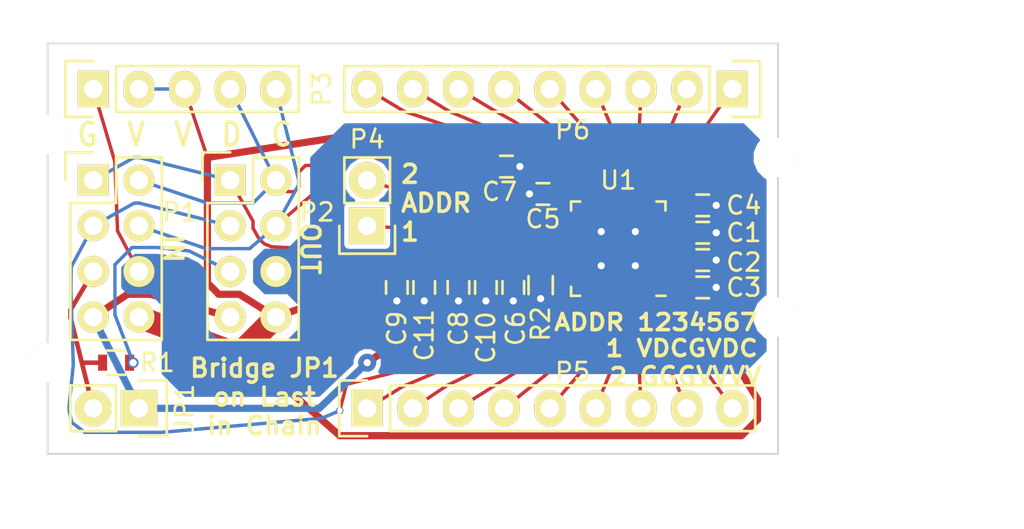
<source format=kicad_pcb>
(kicad_pcb (version 4) (host pcbnew 4.0.1-stable)

  (general
    (links 77)
    (no_connects 0)
    (area 573.777991 396.208466 631.061296 425.997248)
    (thickness 1.6002)
    (drawings 12)
    (tracks 239)
    (zones 0)
    (modules 27)
    (nets 37)
  )

  (page A0)
  (title_block
    (title LED-Driver)
    (date "17 jul 2013")
  )

  (layers
    (0 Front signal)
    (31 Back signal)
    (32 B.Adhes user)
    (33 F.Adhes user)
    (34 B.Paste user)
    (35 F.Paste user)
    (36 B.SilkS user)
    (37 F.SilkS user)
    (38 B.Mask user)
    (39 F.Mask user)
    (40 Dwgs.User user)
    (41 Cmts.User user)
    (42 Eco1.User user)
    (43 Eco2.User user)
    (44 Edge.Cuts user)
    (45 Margin user)
    (46 B.CrtYd user)
    (47 F.CrtYd user)
    (48 B.Fab user)
    (49 F.Fab user)
  )

  (setup
    (last_trace_width 0.4064)
    (user_trace_width 0.19)
    (user_trace_width 0.254)
    (user_trace_width 0.40132)
    (user_trace_width 0.889)
    (user_trace_width 1.27)
    (trace_clearance 0.2032)
    (zone_clearance 0.254)
    (zone_45_only yes)
    (trace_min 0.1)
    (segment_width 0.2)
    (edge_width 0.0991)
    (via_size 1)
    (via_drill 0.4)
    (via_min_size 0.1)
    (via_min_drill 0.1)
    (user_via 0.4 0.3)
    (user_via 0.6 0.4)
    (uvia_size 0.508)
    (uvia_drill 0.127)
    (uvias_allowed no)
    (uvia_min_size 0.508)
    (uvia_min_drill 0.127)
    (pcb_text_width 0.3048)
    (pcb_text_size 1.524 2.032)
    (mod_edge_width 0.3)
    (mod_text_size 1.524 1.524)
    (mod_text_width 0.3048)
    (pad_size 1.55 1)
    (pad_drill 1.15)
    (pad_to_mask_clearance 0.1016)
    (pad_to_paste_clearance -0.02)
    (aux_axis_origin 62.29 64.62)
    (visible_elements 7FFFFFFF)
    (pcbplotparams
      (layerselection 0x00030_80000001)
      (usegerberextensions true)
      (excludeedgelayer true)
      (linewidth 0.150000)
      (plotframeref false)
      (viasonmask false)
      (mode 1)
      (useauxorigin true)
      (hpglpennumber 1)
      (hpglpenspeed 20)
      (hpglpendiameter 15)
      (hpglpenoverlay 0)
      (psnegative false)
      (psa4output false)
      (plotreference true)
      (plotvalue false)
      (plotinvisibletext false)
      (padsonsilk false)
      (subtractmaskfromsilk true)
      (outputformat 1)
      (mirror false)
      (drillshape 0)
      (scaleselection 1)
      (outputdirectory gerber/))
  )

  (net 0 "")
  (net 1 +3V3)
  (net 2 GND)
  (net 3 "Net-(U1-Pad2)")
  (net 4 "Net-(U1-Pad10)")
  (net 5 /SDB)
  (net 6 /SCL)
  (net 7 /SDA)
  (net 8 /Sync)
  (net 9 /C_Filt)
  (net 10 /R_Ext)
  (net 11 +5V)
  (net 12 "Net-(P5-Pad1)")
  (net 13 "Net-(P5-Pad2)")
  (net 14 "Net-(P5-Pad3)")
  (net 15 "Net-(P5-Pad4)")
  (net 16 "Net-(P5-Pad5)")
  (net 17 "Net-(P5-Pad6)")
  (net 18 "Net-(P5-Pad7)")
  (net 19 "Net-(P5-Pad8)")
  (net 20 "Net-(P5-Pad9)")
  (net 21 "Net-(P6-Pad1)")
  (net 22 "Net-(P6-Pad2)")
  (net 23 "Net-(P6-Pad3)")
  (net 24 "Net-(P6-Pad4)")
  (net 25 "Net-(P6-Pad5)")
  (net 26 "Net-(P6-Pad6)")
  (net 27 "Net-(P6-Pad7)")
  (net 28 "Net-(P6-Pad8)")
  (net 29 "Net-(P6-Pad9)")
  (net 30 "Net-(U1-Pad3)")
  (net 31 "Net-(U1-Pad5)")
  (net 32 "Net-(U1-Pad6)")
  (net 33 /ADDR1)
  (net 34 /ADDR2)
  (net 35 /Feedback-IN)
  (net 36 /Feedback-OUT)

  (net_class Default "This is the default net class."
    (clearance 0.2032)
    (trace_width 0.4064)
    (via_dia 1)
    (via_drill 0.4)
    (uvia_dia 0.508)
    (uvia_drill 0.127)
    (add_net +3V3)
    (add_net +5V)
    (add_net /ADDR1)
    (add_net /ADDR2)
    (add_net /C_Filt)
    (add_net /Feedback-IN)
    (add_net /Feedback-OUT)
    (add_net /R_Ext)
    (add_net /SCL)
    (add_net /SDA)
    (add_net /SDB)
    (add_net /Sync)
    (add_net GND)
    (add_net "Net-(P5-Pad1)")
    (add_net "Net-(P5-Pad2)")
    (add_net "Net-(P5-Pad3)")
    (add_net "Net-(P5-Pad4)")
    (add_net "Net-(P5-Pad5)")
    (add_net "Net-(P5-Pad6)")
    (add_net "Net-(P5-Pad7)")
    (add_net "Net-(P5-Pad8)")
    (add_net "Net-(P5-Pad9)")
    (add_net "Net-(P6-Pad1)")
    (add_net "Net-(P6-Pad2)")
    (add_net "Net-(P6-Pad3)")
    (add_net "Net-(P6-Pad4)")
    (add_net "Net-(P6-Pad5)")
    (add_net "Net-(P6-Pad6)")
    (add_net "Net-(P6-Pad7)")
    (add_net "Net-(P6-Pad8)")
    (add_net "Net-(P6-Pad9)")
    (add_net "Net-(U1-Pad10)")
    (add_net "Net-(U1-Pad2)")
    (add_net "Net-(U1-Pad3)")
    (add_net "Net-(U1-Pad5)")
    (add_net "Net-(U1-Pad6)")
  )

  (net_class POWER ""
    (clearance 0.2032)
    (trace_width 0.508)
    (via_dia 1)
    (via_drill 0.4)
    (uvia_dia 0.508)
    (uvia_drill 0.127)
  )

  (module Fiducials:Fiducial_1mm_Dia_2.54mm_Outer_CopperTop (layer Front) (tedit 57228A17) (tstamp 5725819A)
    (at 614.045 405.13)
    (descr "Circular Fiducial, 1mm bare copper top; 2.54mm keepout")
    (tags marker)
    (attr virtual)
    (fp_text reference "" (at 0 0) (layer F.SilkS) hide
      (effects (font (size 0.127 0.127) (thickness 0.000001)))
    )
    (fp_text value Fiducial_1mm_Dia_2.54mm_Outer_CopperTop (at 0 -1.8) (layer F.Fab)
      (effects (font (size 1 1) (thickness 0.15)))
    )
    (fp_circle (center 0 0) (end 1.55 0) (layer F.CrtYd) (width 0.05))
    (pad ~ smd circle (at 0 0) (size 1 1) (layers Front F.Mask)
      (solder_mask_margin 0.77) (clearance 0.77))
  )

  (module Mounting_Holes:MountingHole_2.2mm_M2_ISO14580 (layer Front) (tedit 57192345) (tstamp 57220C8D)
    (at 576.58 416.56)
    (descr "Mounting Hole 2.2mm, no annular, M2, ISO14580")
    (tags "mounting hole 2.2mm no annular m2 iso14580")
    (fp_text reference "" (at 0 0) (layer F.SilkS) hide
      (effects (font (size 0.127 0.127) (thickness 0.000001)))
    )
    (fp_text value 2.2mm (at 0 2.9) (layer F.Fab)
      (effects (font (size 1 1) (thickness 0.15)))
    )
    (fp_circle (center 0 0) (end 1.9 0) (layer Cmts.User) (width 0.15))
    (fp_circle (center 0 0) (end 2.15 0) (layer F.CrtYd) (width 0.05))
    (pad 1 np_thru_hole circle (at 0 0) (size 2.2 2.2) (drill 2.2) (layers *.Cu *.Mask F.SilkS))
  )

  (module Mounting_Holes:MountingHole_2.2mm_M2_ISO14580 (layer Front) (tedit 5719230C) (tstamp 57220C87)
    (at 617.22 414.02)
    (descr "Mounting Hole 2.2mm, no annular, M2, ISO14580")
    (tags "mounting hole 2.2mm no annular m2 iso14580")
    (fp_text reference "" (at 0 0) (layer F.SilkS) hide
      (effects (font (size 0.127 0.127) (thickness 0.000001)))
    )
    (fp_text value 2.2mm (at 0 2.9) (layer F.Fab)
      (effects (font (size 1 1) (thickness 0.15)))
    )
    (fp_circle (center 0 0) (end 1.9 0) (layer Cmts.User) (width 0.15))
    (fp_circle (center 0 0) (end 2.15 0) (layer F.CrtYd) (width 0.05))
    (pad 1 np_thru_hole circle (at 0 0) (size 2.2 2.2) (drill 2.2) (layers *.Cu *.Mask F.SilkS))
  )

  (module Mounting_Holes:MountingHole_2.2mm_M2_ISO14580 (layer Front) (tedit 57192333) (tstamp 57220C81)
    (at 576.58 403.86)
    (descr "Mounting Hole 2.2mm, no annular, M2, ISO14580")
    (tags "mounting hole 2.2mm no annular m2 iso14580")
    (fp_text reference "" (at 0 0) (layer F.SilkS) hide
      (effects (font (size 0.127 0.127) (thickness 0.000001)))
    )
    (fp_text value 2.2mm (at 0 2.9) (layer F.Fab)
      (effects (font (size 1 1) (thickness 0.15)))
    )
    (fp_circle (center 0 0) (end 1.9 0) (layer Cmts.User) (width 0.15))
    (fp_circle (center 0 0) (end 2.15 0) (layer F.CrtYd) (width 0.05))
    (pad 1 np_thru_hole circle (at 0 0) (size 2.2 2.2) (drill 2.2) (layers *.Cu *.Mask F.SilkS))
  )

  (module Pin_Headers:Pin_Header_Straight_1x02 (layer Front) (tedit 57111B18) (tstamp 57101227)
    (at 581.66 419.1 270)
    (descr "Through hole pin header")
    (tags "pin header")
    (path /571047E8)
    (fp_text reference JP1 (at 0 -2.54 270) (layer F.SilkS)
      (effects (font (size 1 1) (thickness 0.15)))
    )
    (fp_text value Jumper_NO_Small (at 0 -3.1 270) (layer F.Fab)
      (effects (font (size 1 1) (thickness 0.15)))
    )
    (fp_line (start 1.27 1.27) (end 1.27 3.81) (layer F.SilkS) (width 0.15))
    (fp_line (start 1.55 -1.55) (end 1.55 0) (layer F.SilkS) (width 0.15))
    (fp_line (start -1.75 -1.75) (end -1.75 4.3) (layer F.CrtYd) (width 0.05))
    (fp_line (start 1.75 -1.75) (end 1.75 4.3) (layer F.CrtYd) (width 0.05))
    (fp_line (start -1.75 -1.75) (end 1.75 -1.75) (layer F.CrtYd) (width 0.05))
    (fp_line (start -1.75 4.3) (end 1.75 4.3) (layer F.CrtYd) (width 0.05))
    (fp_line (start 1.27 1.27) (end -1.27 1.27) (layer F.SilkS) (width 0.15))
    (fp_line (start -1.55 0) (end -1.55 -1.55) (layer F.SilkS) (width 0.15))
    (fp_line (start -1.55 -1.55) (end 1.55 -1.55) (layer F.SilkS) (width 0.15))
    (fp_line (start -1.27 1.27) (end -1.27 3.81) (layer F.SilkS) (width 0.15))
    (fp_line (start -1.27 3.81) (end 1.27 3.81) (layer F.SilkS) (width 0.15))
    (pad 1 thru_hole rect (at 0 0 270) (size 2.032 2.032) (drill 1.016) (layers *.Cu *.Mask F.SilkS)
      (net 1 +3V3))
    (pad 2 thru_hole oval (at 0 2.54 270) (size 2.032 2.032) (drill 1.016) (layers *.Cu *.Mask F.SilkS)
      (net 35 /Feedback-IN))
    (model Pin_Headers.3dshapes/Pin_Header_Straight_1x02.wrl
      (at (xyz 0 -0.05 0))
      (scale (xyz 1 1 1))
      (rotate (xyz 0 0 90))
    )
  )

  (module Pin_Headers:Pin_Header_Straight_2x04 (layer Front) (tedit 5723AE95) (tstamp 57101233)
    (at 579.12 406.4)
    (descr "Through hole pin header")
    (tags "pin header")
    (path /571024AF)
    (fp_text reference P1 (at 4.826 1.778) (layer F.SilkS)
      (effects (font (size 1 1) (thickness 0.15)))
    )
    (fp_text value CONN_02X04 (at 0 -3.1) (layer F.Fab)
      (effects (font (size 1 1) (thickness 0.15)))
    )
    (fp_line (start -1.75 -1.75) (end -1.75 9.4) (layer F.CrtYd) (width 0.05))
    (fp_line (start 4.3 -1.75) (end 4.3 9.4) (layer F.CrtYd) (width 0.05))
    (fp_line (start -1.75 -1.75) (end 4.3 -1.75) (layer F.CrtYd) (width 0.05))
    (fp_line (start -1.75 9.4) (end 4.3 9.4) (layer F.CrtYd) (width 0.05))
    (fp_line (start -1.27 1.27) (end -1.27 8.89) (layer F.SilkS) (width 0.15))
    (fp_line (start -1.27 8.89) (end 3.81 8.89) (layer F.SilkS) (width 0.15))
    (fp_line (start 3.81 8.89) (end 3.81 -1.27) (layer F.SilkS) (width 0.15))
    (fp_line (start 3.81 -1.27) (end 1.27 -1.27) (layer F.SilkS) (width 0.15))
    (fp_line (start 0 -1.55) (end -1.55 -1.55) (layer F.SilkS) (width 0.15))
    (fp_line (start 1.27 -1.27) (end 1.27 1.27) (layer F.SilkS) (width 0.15))
    (fp_line (start 1.27 1.27) (end -1.27 1.27) (layer F.SilkS) (width 0.15))
    (fp_line (start -1.55 -1.55) (end -1.55 0) (layer F.SilkS) (width 0.15))
    (pad 1 thru_hole rect (at 0 0) (size 1.7272 1.7272) (drill 1.016) (layers *.Cu *.Mask F.SilkS)
      (net 5 /SDB))
    (pad 2 thru_hole oval (at 2.54 0) (size 1.7272 1.7272) (drill 1.016) (layers *.Cu *.Mask F.SilkS)
      (net 7 /SDA))
    (pad 3 thru_hole oval (at 0 2.54) (size 1.7272 1.7272) (drill 1.016) (layers *.Cu *.Mask F.SilkS)
      (net 8 /Sync))
    (pad 4 thru_hole oval (at 2.54 2.54) (size 1.7272 1.7272) (drill 1.016) (layers *.Cu *.Mask F.SilkS)
      (net 6 /SCL))
    (pad 5 thru_hole oval (at 0 5.08) (size 1.7272 1.7272) (drill 1.016) (layers *.Cu *.Mask F.SilkS)
      (net 35 /Feedback-IN))
    (pad 6 thru_hole oval (at 2.54 5.08) (size 1.7272 1.7272) (drill 1.016) (layers *.Cu *.Mask F.SilkS)
      (net 2 GND))
    (pad 7 thru_hole oval (at 0 7.62) (size 1.7272 1.7272) (drill 1.016) (layers *.Cu *.Mask F.SilkS)
      (net 1 +3V3))
    (pad 8 thru_hole oval (at 2.54 7.62) (size 1.7272 1.7272) (drill 1.016) (layers *.Cu *.Mask F.SilkS)
      (net 11 +5V))
    (model Pin_Headers.3dshapes/Pin_Header_Straight_2x04.wrl
      (at (xyz 0.05 -0.15 0))
      (scale (xyz 1 1 1))
      (rotate (xyz 0 0 90))
    )
  )

  (module Pin_Headers:Pin_Header_Straight_2x04 (layer Front) (tedit 5723AE86) (tstamp 5710123F)
    (at 586.74 406.4)
    (descr "Through hole pin header")
    (tags "pin header")
    (path /5710203F)
    (fp_text reference P2 (at 4.826 1.778) (layer F.SilkS)
      (effects (font (size 1 1) (thickness 0.15)))
    )
    (fp_text value CONN_02X04 (at 0 -3.1) (layer F.Fab)
      (effects (font (size 1 1) (thickness 0.15)))
    )
    (fp_line (start -1.75 -1.75) (end -1.75 9.4) (layer F.CrtYd) (width 0.05))
    (fp_line (start 4.3 -1.75) (end 4.3 9.4) (layer F.CrtYd) (width 0.05))
    (fp_line (start -1.75 -1.75) (end 4.3 -1.75) (layer F.CrtYd) (width 0.05))
    (fp_line (start -1.75 9.4) (end 4.3 9.4) (layer F.CrtYd) (width 0.05))
    (fp_line (start -1.27 1.27) (end -1.27 8.89) (layer F.SilkS) (width 0.15))
    (fp_line (start -1.27 8.89) (end 3.81 8.89) (layer F.SilkS) (width 0.15))
    (fp_line (start 3.81 8.89) (end 3.81 -1.27) (layer F.SilkS) (width 0.15))
    (fp_line (start 3.81 -1.27) (end 1.27 -1.27) (layer F.SilkS) (width 0.15))
    (fp_line (start 0 -1.55) (end -1.55 -1.55) (layer F.SilkS) (width 0.15))
    (fp_line (start 1.27 -1.27) (end 1.27 1.27) (layer F.SilkS) (width 0.15))
    (fp_line (start 1.27 1.27) (end -1.27 1.27) (layer F.SilkS) (width 0.15))
    (fp_line (start -1.55 -1.55) (end -1.55 0) (layer F.SilkS) (width 0.15))
    (pad 1 thru_hole rect (at 0 0) (size 1.7272 1.7272) (drill 1.016) (layers *.Cu *.Mask F.SilkS)
      (net 5 /SDB))
    (pad 2 thru_hole oval (at 2.54 0) (size 1.7272 1.7272) (drill 1.016) (layers *.Cu *.Mask F.SilkS)
      (net 7 /SDA))
    (pad 3 thru_hole oval (at 0 2.54) (size 1.7272 1.7272) (drill 1.016) (layers *.Cu *.Mask F.SilkS)
      (net 8 /Sync))
    (pad 4 thru_hole oval (at 2.54 2.54) (size 1.7272 1.7272) (drill 1.016) (layers *.Cu *.Mask F.SilkS)
      (net 6 /SCL))
    (pad 5 thru_hole oval (at 0 5.08) (size 1.7272 1.7272) (drill 1.016) (layers *.Cu *.Mask F.SilkS)
      (net 36 /Feedback-OUT))
    (pad 6 thru_hole oval (at 2.54 5.08) (size 1.7272 1.7272) (drill 1.016) (layers *.Cu *.Mask F.SilkS)
      (net 2 GND))
    (pad 7 thru_hole oval (at 0 7.62) (size 1.7272 1.7272) (drill 1.016) (layers *.Cu *.Mask F.SilkS)
      (net 1 +3V3))
    (pad 8 thru_hole oval (at 2.54 7.62) (size 1.7272 1.7272) (drill 1.016) (layers *.Cu *.Mask F.SilkS)
      (net 11 +5V))
    (model Pin_Headers.3dshapes/Pin_Header_Straight_2x04.wrl
      (at (xyz 0.05 -0.15 0))
      (scale (xyz 1 1 1))
      (rotate (xyz 0 0 90))
    )
  )

  (module Pin_Headers:Pin_Header_Straight_1x05 (layer Front) (tedit 57112022) (tstamp 57101248)
    (at 579.12 401.32 90)
    (descr "Through hole pin header")
    (tags "pin header")
    (path /5711102E)
    (fp_text reference P3 (at 0 12.7 90) (layer F.SilkS)
      (effects (font (size 1 1) (thickness 0.15)))
    )
    (fp_text value CONN_01X05 (at 0 -3.1 90) (layer F.Fab)
      (effects (font (size 1 1) (thickness 0.15)))
    )
    (fp_line (start -1.55 0) (end -1.55 -1.55) (layer F.SilkS) (width 0.15))
    (fp_line (start -1.55 -1.55) (end 1.55 -1.55) (layer F.SilkS) (width 0.15))
    (fp_line (start 1.55 -1.55) (end 1.55 0) (layer F.SilkS) (width 0.15))
    (fp_line (start -1.75 -1.75) (end -1.75 11.95) (layer F.CrtYd) (width 0.05))
    (fp_line (start 1.75 -1.75) (end 1.75 11.95) (layer F.CrtYd) (width 0.05))
    (fp_line (start -1.75 -1.75) (end 1.75 -1.75) (layer F.CrtYd) (width 0.05))
    (fp_line (start -1.75 11.95) (end 1.75 11.95) (layer F.CrtYd) (width 0.05))
    (fp_line (start 1.27 1.27) (end 1.27 11.43) (layer F.SilkS) (width 0.15))
    (fp_line (start 1.27 11.43) (end -1.27 11.43) (layer F.SilkS) (width 0.15))
    (fp_line (start -1.27 11.43) (end -1.27 1.27) (layer F.SilkS) (width 0.15))
    (fp_line (start 1.27 1.27) (end -1.27 1.27) (layer F.SilkS) (width 0.15))
    (pad 1 thru_hole rect (at 0 0 90) (size 2.032 1.7272) (drill 1.016) (layers *.Cu *.Mask F.SilkS)
      (net 2 GND))
    (pad 2 thru_hole oval (at 0 2.54 90) (size 2.032 1.7272) (drill 1.016) (layers *.Cu *.Mask F.SilkS)
      (net 11 +5V))
    (pad 3 thru_hole oval (at 0 5.08 90) (size 2.032 1.7272) (drill 1.016) (layers *.Cu *.Mask F.SilkS)
      (net 11 +5V))
    (pad 4 thru_hole oval (at 0 7.62 90) (size 2.032 1.7272) (drill 1.016) (layers *.Cu *.Mask F.SilkS)
      (net 7 /SDA))
    (pad 5 thru_hole oval (at 0 10.16 90) (size 2.032 1.7272) (drill 1.016) (layers *.Cu *.Mask F.SilkS)
      (net 6 /SCL))
    (model Pin_Headers.3dshapes/Pin_Header_Straight_1x05.wrl
      (at (xyz 0 -0.2 0))
      (scale (xyz 1 1 1))
      (rotate (xyz 0 0 90))
    )
  )

  (module Pin_Headers:Pin_Header_Straight_1x02 (layer Front) (tedit 57113153) (tstamp 5710124E)
    (at 594.36 408.94 180)
    (descr "Through hole pin header")
    (tags "pin header")
    (path /57111405)
    (fp_text reference P4 (at 0 4.826 180) (layer F.SilkS)
      (effects (font (size 1 1) (thickness 0.15)))
    )
    (fp_text value CONN_01X02 (at 0 -3.1 180) (layer F.Fab)
      (effects (font (size 1 1) (thickness 0.15)))
    )
    (fp_line (start 1.27 1.27) (end 1.27 3.81) (layer F.SilkS) (width 0.15))
    (fp_line (start 1.55 -1.55) (end 1.55 0) (layer F.SilkS) (width 0.15))
    (fp_line (start -1.75 -1.75) (end -1.75 4.3) (layer F.CrtYd) (width 0.05))
    (fp_line (start 1.75 -1.75) (end 1.75 4.3) (layer F.CrtYd) (width 0.05))
    (fp_line (start -1.75 -1.75) (end 1.75 -1.75) (layer F.CrtYd) (width 0.05))
    (fp_line (start -1.75 4.3) (end 1.75 4.3) (layer F.CrtYd) (width 0.05))
    (fp_line (start 1.27 1.27) (end -1.27 1.27) (layer F.SilkS) (width 0.15))
    (fp_line (start -1.55 0) (end -1.55 -1.55) (layer F.SilkS) (width 0.15))
    (fp_line (start -1.55 -1.55) (end 1.55 -1.55) (layer F.SilkS) (width 0.15))
    (fp_line (start -1.27 1.27) (end -1.27 3.81) (layer F.SilkS) (width 0.15))
    (fp_line (start -1.27 3.81) (end 1.27 3.81) (layer F.SilkS) (width 0.15))
    (pad 1 thru_hole rect (at 0 0 180) (size 2.032 2.032) (drill 1.016) (layers *.Cu *.Mask F.SilkS)
      (net 33 /ADDR1))
    (pad 2 thru_hole oval (at 0 2.54 180) (size 2.032 2.032) (drill 1.016) (layers *.Cu *.Mask F.SilkS)
      (net 34 /ADDR2))
    (model Pin_Headers.3dshapes/Pin_Header_Straight_1x02.wrl
      (at (xyz 0 -0.05 0))
      (scale (xyz 1 1 1))
      (rotate (xyz 0 0 90))
    )
  )

  (module Pin_Headers:Pin_Header_Straight_1x09 (layer Front) (tedit 571136A9) (tstamp 5710125B)
    (at 594.36 419.1 90)
    (descr "Through hole pin header")
    (tags "pin header")
    (path /570EF174)
    (fp_text reference P5 (at 2.032 11.43 180) (layer F.SilkS)
      (effects (font (size 1 1) (thickness 0.15)))
    )
    (fp_text value CONN_01X09 (at 0 -3.1 90) (layer F.Fab)
      (effects (font (size 1 1) (thickness 0.15)))
    )
    (fp_line (start -1.75 -1.75) (end -1.75 22.1) (layer F.CrtYd) (width 0.05))
    (fp_line (start 1.75 -1.75) (end 1.75 22.1) (layer F.CrtYd) (width 0.05))
    (fp_line (start -1.75 -1.75) (end 1.75 -1.75) (layer F.CrtYd) (width 0.05))
    (fp_line (start -1.75 22.1) (end 1.75 22.1) (layer F.CrtYd) (width 0.05))
    (fp_line (start 1.27 1.27) (end 1.27 21.59) (layer F.SilkS) (width 0.15))
    (fp_line (start 1.27 21.59) (end -1.27 21.59) (layer F.SilkS) (width 0.15))
    (fp_line (start -1.27 21.59) (end -1.27 1.27) (layer F.SilkS) (width 0.15))
    (fp_line (start 1.55 -1.55) (end 1.55 0) (layer F.SilkS) (width 0.15))
    (fp_line (start 1.27 1.27) (end -1.27 1.27) (layer F.SilkS) (width 0.15))
    (fp_line (start -1.55 0) (end -1.55 -1.55) (layer F.SilkS) (width 0.15))
    (fp_line (start -1.55 -1.55) (end 1.55 -1.55) (layer F.SilkS) (width 0.15))
    (pad 1 thru_hole rect (at 0 0 90) (size 2.032 1.7272) (drill 1.016) (layers *.Cu *.Mask F.SilkS)
      (net 12 "Net-(P5-Pad1)"))
    (pad 2 thru_hole oval (at 0 2.54 90) (size 2.032 1.7272) (drill 1.016) (layers *.Cu *.Mask F.SilkS)
      (net 13 "Net-(P5-Pad2)"))
    (pad 3 thru_hole oval (at 0 5.08 90) (size 2.032 1.7272) (drill 1.016) (layers *.Cu *.Mask F.SilkS)
      (net 14 "Net-(P5-Pad3)"))
    (pad 4 thru_hole oval (at 0 7.62 90) (size 2.032 1.7272) (drill 1.016) (layers *.Cu *.Mask F.SilkS)
      (net 15 "Net-(P5-Pad4)"))
    (pad 5 thru_hole oval (at 0 10.16 90) (size 2.032 1.7272) (drill 1.016) (layers *.Cu *.Mask F.SilkS)
      (net 16 "Net-(P5-Pad5)"))
    (pad 6 thru_hole oval (at 0 12.7 90) (size 2.032 1.7272) (drill 1.016) (layers *.Cu *.Mask F.SilkS)
      (net 17 "Net-(P5-Pad6)"))
    (pad 7 thru_hole oval (at 0 15.24 90) (size 2.032 1.7272) (drill 1.016) (layers *.Cu *.Mask F.SilkS)
      (net 18 "Net-(P5-Pad7)"))
    (pad 8 thru_hole oval (at 0 17.78 90) (size 2.032 1.7272) (drill 1.016) (layers *.Cu *.Mask F.SilkS)
      (net 19 "Net-(P5-Pad8)"))
    (pad 9 thru_hole oval (at 0 20.32 90) (size 2.032 1.7272) (drill 1.016) (layers *.Cu *.Mask F.SilkS)
      (net 20 "Net-(P5-Pad9)"))
    (model Pin_Headers.3dshapes/Pin_Header_Straight_1x09.wrl
      (at (xyz 0 -0.4 0))
      (scale (xyz 1 1 1))
      (rotate (xyz 0 0 90))
    )
  )

  (module Pin_Headers:Pin_Header_Straight_1x09 (layer Front) (tedit 571136BD) (tstamp 57101268)
    (at 614.68 401.32 270)
    (descr "Through hole pin header")
    (tags "pin header")
    (path /570EEB79)
    (fp_text reference P6 (at 2.286 8.89 360) (layer F.SilkS)
      (effects (font (size 1 1) (thickness 0.15)))
    )
    (fp_text value CONN_01X09 (at 0 -3.1 270) (layer F.Fab)
      (effects (font (size 1 1) (thickness 0.15)))
    )
    (fp_line (start -1.75 -1.75) (end -1.75 22.1) (layer F.CrtYd) (width 0.05))
    (fp_line (start 1.75 -1.75) (end 1.75 22.1) (layer F.CrtYd) (width 0.05))
    (fp_line (start -1.75 -1.75) (end 1.75 -1.75) (layer F.CrtYd) (width 0.05))
    (fp_line (start -1.75 22.1) (end 1.75 22.1) (layer F.CrtYd) (width 0.05))
    (fp_line (start 1.27 1.27) (end 1.27 21.59) (layer F.SilkS) (width 0.15))
    (fp_line (start 1.27 21.59) (end -1.27 21.59) (layer F.SilkS) (width 0.15))
    (fp_line (start -1.27 21.59) (end -1.27 1.27) (layer F.SilkS) (width 0.15))
    (fp_line (start 1.55 -1.55) (end 1.55 0) (layer F.SilkS) (width 0.15))
    (fp_line (start 1.27 1.27) (end -1.27 1.27) (layer F.SilkS) (width 0.15))
    (fp_line (start -1.55 0) (end -1.55 -1.55) (layer F.SilkS) (width 0.15))
    (fp_line (start -1.55 -1.55) (end 1.55 -1.55) (layer F.SilkS) (width 0.15))
    (pad 1 thru_hole rect (at 0 0 270) (size 2.032 1.7272) (drill 1.016) (layers *.Cu *.Mask F.SilkS)
      (net 21 "Net-(P6-Pad1)"))
    (pad 2 thru_hole oval (at 0 2.54 270) (size 2.032 1.7272) (drill 1.016) (layers *.Cu *.Mask F.SilkS)
      (net 22 "Net-(P6-Pad2)"))
    (pad 3 thru_hole oval (at 0 5.08 270) (size 2.032 1.7272) (drill 1.016) (layers *.Cu *.Mask F.SilkS)
      (net 23 "Net-(P6-Pad3)"))
    (pad 4 thru_hole oval (at 0 7.62 270) (size 2.032 1.7272) (drill 1.016) (layers *.Cu *.Mask F.SilkS)
      (net 24 "Net-(P6-Pad4)"))
    (pad 5 thru_hole oval (at 0 10.16 270) (size 2.032 1.7272) (drill 1.016) (layers *.Cu *.Mask F.SilkS)
      (net 25 "Net-(P6-Pad5)"))
    (pad 6 thru_hole oval (at 0 12.7 270) (size 2.032 1.7272) (drill 1.016) (layers *.Cu *.Mask F.SilkS)
      (net 26 "Net-(P6-Pad6)"))
    (pad 7 thru_hole oval (at 0 15.24 270) (size 2.032 1.7272) (drill 1.016) (layers *.Cu *.Mask F.SilkS)
      (net 27 "Net-(P6-Pad7)"))
    (pad 8 thru_hole oval (at 0 17.78 270) (size 2.032 1.7272) (drill 1.016) (layers *.Cu *.Mask F.SilkS)
      (net 28 "Net-(P6-Pad8)"))
    (pad 9 thru_hole oval (at 0 20.32 270) (size 2.032 1.7272) (drill 1.016) (layers *.Cu *.Mask F.SilkS)
      (net 29 "Net-(P6-Pad9)"))
    (model Pin_Headers.3dshapes/Pin_Header_Straight_1x09.wrl
      (at (xyz 0 -0.4 0))
      (scale (xyz 1 1 1))
      (rotate (xyz 0 0 90))
    )
  )

  (module Housings_DFN_QFN:UQFN-40-1EP_5x5mm_Pitch0.4mm (layer Front) (tedit 571134CE) (tstamp 571012A4)
    (at 608.33 410.21 180)
    (descr "40-Lead Ultra Thin Plastic Quad Flat, No Lead Package (MV) - 5x5x0.5 mm Body [UQFN]; (see Microchip Packaging Specification 00000049BS.pdf)")
    (tags "QFN 0.4")
    (path /570688F8)
    (attr smd)
    (fp_text reference U1 (at 0 3.81 180) (layer F.SilkS)
      (effects (font (size 1 1) (thickness 0.15)))
    )
    (fp_text value IS31FL3732 (at 0 3.875 180) (layer F.Fab)
      (effects (font (size 1 1) (thickness 0.15)))
    )
    (fp_line (start -3.15 -3.15) (end -3.15 3.15) (layer F.CrtYd) (width 0.05))
    (fp_line (start 3.15 -3.15) (end 3.15 3.15) (layer F.CrtYd) (width 0.05))
    (fp_line (start -3.15 -3.15) (end 3.15 -3.15) (layer F.CrtYd) (width 0.05))
    (fp_line (start -3.15 3.15) (end 3.15 3.15) (layer F.CrtYd) (width 0.05))
    (fp_line (start 2.625 -2.625) (end 2.625 -2.125) (layer F.SilkS) (width 0.15))
    (fp_line (start -2.625 2.625) (end -2.625 2.125) (layer F.SilkS) (width 0.15))
    (fp_line (start 2.625 2.625) (end 2.625 2.125) (layer F.SilkS) (width 0.15))
    (fp_line (start -2.625 -2.625) (end -2.125 -2.625) (layer F.SilkS) (width 0.15))
    (fp_line (start -2.625 2.625) (end -2.125 2.625) (layer F.SilkS) (width 0.15))
    (fp_line (start 2.625 2.625) (end 2.125 2.625) (layer F.SilkS) (width 0.15))
    (fp_line (start 2.625 -2.625) (end 2.125 -2.625) (layer F.SilkS) (width 0.15))
    (pad 1 smd rect (at -2.5 -1.8 180) (size 0.75 0.2) (layers Front F.Paste F.Mask)
      (net 11 +5V))
    (pad 2 smd rect (at -2.5 -1.4 180) (size 0.75 0.2) (layers Front F.Paste F.Mask)
      (net 3 "Net-(U1-Pad2)"))
    (pad 3 smd rect (at -2.5 -1 180) (size 0.75 0.2) (layers Front F.Paste F.Mask)
      (net 30 "Net-(U1-Pad3)"))
    (pad 4 smd rect (at -2.5 -0.6 180) (size 0.75 0.2) (layers Front F.Paste F.Mask)
      (net 11 +5V))
    (pad 5 smd rect (at -2.5 -0.2 180) (size 0.75 0.2) (layers Front F.Paste F.Mask)
      (net 31 "Net-(U1-Pad5)"))
    (pad 6 smd rect (at -2.5 0.2 180) (size 0.75 0.2) (layers Front F.Paste F.Mask)
      (net 32 "Net-(U1-Pad6)"))
    (pad 7 smd rect (at -2.5 0.6 180) (size 0.75 0.2) (layers Front F.Paste F.Mask)
      (net 2 GND))
    (pad 8 smd rect (at -2.5 1 180) (size 0.75 0.2) (layers Front F.Paste F.Mask)
      (net 2 GND))
    (pad 9 smd rect (at -2.5 1.4 180) (size 0.75 0.2) (layers Front F.Paste F.Mask)
      (net 2 GND))
    (pad 10 smd rect (at -2.5 1.8 180) (size 0.75 0.2) (layers Front F.Paste F.Mask)
      (net 4 "Net-(U1-Pad10)"))
    (pad 11 smd rect (at -1.8 2.5 270) (size 0.75 0.2) (layers Front F.Paste F.Mask)
      (net 21 "Net-(P6-Pad1)"))
    (pad 12 smd rect (at -1.4 2.5 270) (size 0.75 0.2) (layers Front F.Paste F.Mask)
      (net 22 "Net-(P6-Pad2)"))
    (pad 13 smd rect (at -1 2.5 270) (size 0.75 0.2) (layers Front F.Paste F.Mask)
      (net 23 "Net-(P6-Pad3)"))
    (pad 14 smd rect (at -0.6 2.5 270) (size 0.75 0.2) (layers Front F.Paste F.Mask)
      (net 24 "Net-(P6-Pad4)"))
    (pad 15 smd rect (at -0.2 2.5 270) (size 0.75 0.2) (layers Front F.Paste F.Mask)
      (net 25 "Net-(P6-Pad5)"))
    (pad 16 smd rect (at 0.2 2.5 270) (size 0.75 0.2) (layers Front F.Paste F.Mask)
      (net 26 "Net-(P6-Pad6)"))
    (pad 17 smd rect (at 0.6 2.5 270) (size 0.75 0.2) (layers Front F.Paste F.Mask)
      (net 27 "Net-(P6-Pad7)"))
    (pad 18 smd rect (at 1 2.5 270) (size 0.75 0.2) (layers Front F.Paste F.Mask)
      (net 28 "Net-(P6-Pad8)"))
    (pad 19 smd rect (at 1.4 2.5 270) (size 0.75 0.2) (layers Front F.Paste F.Mask)
      (net 29 "Net-(P6-Pad9)"))
    (pad 20 smd rect (at 1.8 2.5 270) (size 0.75 0.2) (layers Front F.Paste F.Mask)
      (net 11 +5V))
    (pad 21 smd rect (at 2.5 1.8 180) (size 0.75 0.2) (layers Front F.Paste F.Mask)
      (net 7 /SDA))
    (pad 22 smd rect (at 2.5 1.4 180) (size 0.75 0.2) (layers Front F.Paste F.Mask)
      (net 6 /SCL))
    (pad 23 smd rect (at 2.5 1 180) (size 0.75 0.2) (layers Front F.Paste F.Mask)
      (net 34 /ADDR2))
    (pad 24 smd rect (at 2.5 0.6 180) (size 0.75 0.2) (layers Front F.Paste F.Mask)
      (net 33 /ADDR1))
    (pad 25 smd rect (at 2.5 0.2 180) (size 0.75 0.2) (layers Front F.Paste F.Mask)
      (net 5 /SDB))
    (pad 26 smd rect (at 2.5 -0.2 180) (size 0.75 0.2) (layers Front F.Paste F.Mask)
      (net 11 +5V))
    (pad 27 smd rect (at 2.5 -0.6 180) (size 0.75 0.2) (layers Front F.Paste F.Mask)
      (net 1 +3V3))
    (pad 28 smd rect (at 2.5 -1 180) (size 0.75 0.2) (layers Front F.Paste F.Mask)
      (net 10 /R_Ext))
    (pad 29 smd rect (at 2.5 -1.4 180) (size 0.75 0.2) (layers Front F.Paste F.Mask)
      (net 9 /C_Filt))
    (pad 30 smd rect (at 2.5 -1.8 180) (size 0.75 0.2) (layers Front F.Paste F.Mask)
      (net 8 /Sync))
    (pad 31 smd rect (at 1.8 -2.5 270) (size 0.75 0.2) (layers Front F.Paste F.Mask)
      (net 2 GND))
    (pad 32 smd rect (at 1.4 -2.5 270) (size 0.75 0.2) (layers Front F.Paste F.Mask)
      (net 12 "Net-(P5-Pad1)"))
    (pad 33 smd rect (at 1 -2.5 270) (size 0.75 0.2) (layers Front F.Paste F.Mask)
      (net 13 "Net-(P5-Pad2)"))
    (pad 34 smd rect (at 0.6 -2.5 270) (size 0.75 0.2) (layers Front F.Paste F.Mask)
      (net 14 "Net-(P5-Pad3)"))
    (pad 35 smd rect (at 0.2 -2.5 270) (size 0.75 0.2) (layers Front F.Paste F.Mask)
      (net 15 "Net-(P5-Pad4)"))
    (pad 36 smd rect (at -0.2 -2.5 270) (size 0.75 0.2) (layers Front F.Paste F.Mask)
      (net 16 "Net-(P5-Pad5)"))
    (pad 37 smd rect (at -0.6 -2.5 270) (size 0.75 0.2) (layers Front F.Paste F.Mask)
      (net 17 "Net-(P5-Pad6)"))
    (pad 38 smd rect (at -1 -2.5 270) (size 0.75 0.2) (layers Front F.Paste F.Mask)
      (net 18 "Net-(P5-Pad7)"))
    (pad 39 smd rect (at -1.4 -2.5 270) (size 0.75 0.2) (layers Front F.Paste F.Mask)
      (net 19 "Net-(P5-Pad8)"))
    (pad 40 smd rect (at -1.8 -2.5 270) (size 0.75 0.2) (layers Front F.Paste F.Mask)
      (net 20 "Net-(P5-Pad9)"))
    (pad 41 smd rect (at 0.95 0.95 180) (size 1.9 1.9) (layers Front F.Paste F.Mask)
      (net 2 GND) (solder_paste_margin_ratio -0.2))
    (pad 41 smd rect (at 0.95 -0.95 180) (size 1.9 1.9) (layers Front F.Paste F.Mask)
      (net 2 GND) (solder_paste_margin_ratio -0.2))
    (pad 41 smd rect (at -0.95 0.95 180) (size 1.9 1.9) (layers Front F.Paste F.Mask)
      (net 2 GND) (solder_paste_margin_ratio -0.2))
    (pad 41 smd rect (at -0.95 -0.95 180) (size 1.9 1.9) (layers Front F.Paste F.Mask)
      (net 2 GND) (solder_paste_margin_ratio -0.2))
    (model Housings_DFN_QFN.3dshapes/UQFN-40-1EP_5x5mm_Pitch0.4mm.wrl
      (at (xyz 0 0 0))
      (scale (xyz 1 1 1))
      (rotate (xyz 0 0 0))
    )
  )

  (module Mounting_Holes:MountingHole_2.2mm_M2_ISO14580 (layer Front) (tedit 5719231F) (tstamp 5719214D)
    (at 617.22 405.13)
    (descr "Mounting Hole 2.2mm, no annular, M2, ISO14580")
    (tags "mounting hole 2.2mm no annular m2 iso14580")
    (fp_text reference "" (at 0 0) (layer F.SilkS) hide
      (effects (font (size 0.127 0.127) (thickness 0.000001)))
    )
    (fp_text value 2.2mm (at 0 2.9) (layer F.Fab)
      (effects (font (size 1 1) (thickness 0.15)))
    )
    (fp_circle (center 0 0) (end 1.9 0) (layer Cmts.User) (width 0.15))
    (fp_circle (center 0 0) (end 2.15 0) (layer F.CrtYd) (width 0.05))
    (pad 1 np_thru_hole circle (at 0 0) (size 2.2 2.2) (drill 2.2) (layers *.Cu *.Mask F.SilkS))
  )

  (module Capacitors_SMD:C_0603 (layer Front) (tedit 571C85F3) (tstamp 571C836D)
    (at 613.029 409.321)
    (descr "Capacitor SMD 0603, reflow soldering, AVX (see smccp.pdf)")
    (tags "capacitor 0603")
    (path /56C06526)
    (attr smd)
    (fp_text reference C1 (at 2.286 0) (layer F.SilkS)
      (effects (font (size 1 1) (thickness 0.15)))
    )
    (fp_text value 1uF (at 0 1.9) (layer F.Fab)
      (effects (font (size 1 1) (thickness 0.15)))
    )
    (fp_line (start -1.45 -0.75) (end 1.45 -0.75) (layer F.CrtYd) (width 0.05))
    (fp_line (start -1.45 0.75) (end 1.45 0.75) (layer F.CrtYd) (width 0.05))
    (fp_line (start -1.45 -0.75) (end -1.45 0.75) (layer F.CrtYd) (width 0.05))
    (fp_line (start 1.45 -0.75) (end 1.45 0.75) (layer F.CrtYd) (width 0.05))
    (fp_line (start -0.35 -0.6) (end 0.35 -0.6) (layer F.SilkS) (width 0.15))
    (fp_line (start 0.35 0.6) (end -0.35 0.6) (layer F.SilkS) (width 0.15))
    (pad 1 smd rect (at -0.75 0) (size 0.8 0.75) (layers Front F.Paste F.Mask)
      (net 11 +5V))
    (pad 2 smd rect (at 0.75 0) (size 0.8 0.75) (layers Front F.Paste F.Mask)
      (net 2 GND))
    (model Capacitors_SMD.3dshapes/C_0603.wrl
      (at (xyz 0 0 0))
      (scale (xyz 1 1 1))
      (rotate (xyz 0 0 0))
    )
  )

  (module Capacitors_SMD:C_0603 (layer Front) (tedit 571C85F7) (tstamp 571C8372)
    (at 613.029 410.845)
    (descr "Capacitor SMD 0603, reflow soldering, AVX (see smccp.pdf)")
    (tags "capacitor 0603")
    (path /56C0F7D0)
    (attr smd)
    (fp_text reference C2 (at 2.286 0.127) (layer F.SilkS)
      (effects (font (size 1 1) (thickness 0.15)))
    )
    (fp_text value 1uF (at 0 1.9) (layer F.Fab)
      (effects (font (size 1 1) (thickness 0.15)))
    )
    (fp_line (start -1.45 -0.75) (end 1.45 -0.75) (layer F.CrtYd) (width 0.05))
    (fp_line (start -1.45 0.75) (end 1.45 0.75) (layer F.CrtYd) (width 0.05))
    (fp_line (start -1.45 -0.75) (end -1.45 0.75) (layer F.CrtYd) (width 0.05))
    (fp_line (start 1.45 -0.75) (end 1.45 0.75) (layer F.CrtYd) (width 0.05))
    (fp_line (start -0.35 -0.6) (end 0.35 -0.6) (layer F.SilkS) (width 0.15))
    (fp_line (start 0.35 0.6) (end -0.35 0.6) (layer F.SilkS) (width 0.15))
    (pad 1 smd rect (at -0.75 0) (size 0.8 0.75) (layers Front F.Paste F.Mask)
      (net 11 +5V))
    (pad 2 smd rect (at 0.75 0) (size 0.8 0.75) (layers Front F.Paste F.Mask)
      (net 2 GND))
    (model Capacitors_SMD.3dshapes/C_0603.wrl
      (at (xyz 0 0 0))
      (scale (xyz 1 1 1))
      (rotate (xyz 0 0 0))
    )
  )

  (module Capacitors_SMD:C_0603 (layer Front) (tedit 571C85FC) (tstamp 571C8377)
    (at 613.029 412.369)
    (descr "Capacitor SMD 0603, reflow soldering, AVX (see smccp.pdf)")
    (tags "capacitor 0603")
    (path /56C04B48)
    (attr smd)
    (fp_text reference C3 (at 2.286 0) (layer F.SilkS)
      (effects (font (size 1 1) (thickness 0.15)))
    )
    (fp_text value 0.1uF (at 0 1.9) (layer F.Fab)
      (effects (font (size 1 1) (thickness 0.15)))
    )
    (fp_line (start -1.45 -0.75) (end 1.45 -0.75) (layer F.CrtYd) (width 0.05))
    (fp_line (start -1.45 0.75) (end 1.45 0.75) (layer F.CrtYd) (width 0.05))
    (fp_line (start -1.45 -0.75) (end -1.45 0.75) (layer F.CrtYd) (width 0.05))
    (fp_line (start 1.45 -0.75) (end 1.45 0.75) (layer F.CrtYd) (width 0.05))
    (fp_line (start -0.35 -0.6) (end 0.35 -0.6) (layer F.SilkS) (width 0.15))
    (fp_line (start 0.35 0.6) (end -0.35 0.6) (layer F.SilkS) (width 0.15))
    (pad 1 smd rect (at -0.75 0) (size 0.8 0.75) (layers Front F.Paste F.Mask)
      (net 11 +5V))
    (pad 2 smd rect (at 0.75 0) (size 0.8 0.75) (layers Front F.Paste F.Mask)
      (net 2 GND))
    (model Capacitors_SMD.3dshapes/C_0603.wrl
      (at (xyz 0 0 0))
      (scale (xyz 1 1 1))
      (rotate (xyz 0 0 0))
    )
  )

  (module Capacitors_SMD:C_0603 (layer Front) (tedit 571C85EE) (tstamp 571C837C)
    (at 613.029 407.797)
    (descr "Capacitor SMD 0603, reflow soldering, AVX (see smccp.pdf)")
    (tags "capacitor 0603")
    (path /56C0FF47)
    (attr smd)
    (fp_text reference C4 (at 2.286 0) (layer F.SilkS)
      (effects (font (size 1 1) (thickness 0.15)))
    )
    (fp_text value 0.1uF (at 0 1.9) (layer F.Fab)
      (effects (font (size 1 1) (thickness 0.15)))
    )
    (fp_line (start -1.45 -0.75) (end 1.45 -0.75) (layer F.CrtYd) (width 0.05))
    (fp_line (start -1.45 0.75) (end 1.45 0.75) (layer F.CrtYd) (width 0.05))
    (fp_line (start -1.45 -0.75) (end -1.45 0.75) (layer F.CrtYd) (width 0.05))
    (fp_line (start 1.45 -0.75) (end 1.45 0.75) (layer F.CrtYd) (width 0.05))
    (fp_line (start -0.35 -0.6) (end 0.35 -0.6) (layer F.SilkS) (width 0.15))
    (fp_line (start 0.35 0.6) (end -0.35 0.6) (layer F.SilkS) (width 0.15))
    (pad 1 smd rect (at -0.75 0) (size 0.8 0.75) (layers Front F.Paste F.Mask)
      (net 11 +5V))
    (pad 2 smd rect (at 0.75 0) (size 0.8 0.75) (layers Front F.Paste F.Mask)
      (net 2 GND))
    (model Capacitors_SMD.3dshapes/C_0603.wrl
      (at (xyz 0 0 0))
      (scale (xyz 1 1 1))
      (rotate (xyz 0 0 0))
    )
  )

  (module Capacitors_SMD:C_0603 (layer Front) (tedit 571C85DF) (tstamp 571C8381)
    (at 604.139 407.162 180)
    (descr "Capacitor SMD 0603, reflow soldering, AVX (see smccp.pdf)")
    (tags "capacitor 0603")
    (path /56C210DB)
    (attr smd)
    (fp_text reference C5 (at 0 -1.397 180) (layer F.SilkS)
      (effects (font (size 1 1) (thickness 0.15)))
    )
    (fp_text value 1uF (at 0 1.9 180) (layer F.Fab)
      (effects (font (size 1 1) (thickness 0.15)))
    )
    (fp_line (start -1.45 -0.75) (end 1.45 -0.75) (layer F.CrtYd) (width 0.05))
    (fp_line (start -1.45 0.75) (end 1.45 0.75) (layer F.CrtYd) (width 0.05))
    (fp_line (start -1.45 -0.75) (end -1.45 0.75) (layer F.CrtYd) (width 0.05))
    (fp_line (start 1.45 -0.75) (end 1.45 0.75) (layer F.CrtYd) (width 0.05))
    (fp_line (start -0.35 -0.6) (end 0.35 -0.6) (layer F.SilkS) (width 0.15))
    (fp_line (start 0.35 0.6) (end -0.35 0.6) (layer F.SilkS) (width 0.15))
    (pad 1 smd rect (at -0.75 0 180) (size 0.8 0.75) (layers Front F.Paste F.Mask)
      (net 11 +5V))
    (pad 2 smd rect (at 0.75 0 180) (size 0.8 0.75) (layers Front F.Paste F.Mask)
      (net 2 GND))
    (model Capacitors_SMD.3dshapes/C_0603.wrl
      (at (xyz 0 0 0))
      (scale (xyz 1 1 1))
      (rotate (xyz 0 0 0))
    )
  )

  (module Capacitors_SMD:C_0603 (layer Front) (tedit 571C8601) (tstamp 571C8386)
    (at 602.488 412.369 270)
    (descr "Capacitor SMD 0603, reflow soldering, AVX (see smccp.pdf)")
    (tags "capacitor 0603")
    (path /56C1FEB8)
    (attr smd)
    (fp_text reference C6 (at 2.286 -0.127 270) (layer F.SilkS)
      (effects (font (size 1 1) (thickness 0.15)))
    )
    (fp_text value 0.1uF (at 0 1.9 270) (layer F.Fab)
      (effects (font (size 1 1) (thickness 0.15)))
    )
    (fp_line (start -1.45 -0.75) (end 1.45 -0.75) (layer F.CrtYd) (width 0.05))
    (fp_line (start -1.45 0.75) (end 1.45 0.75) (layer F.CrtYd) (width 0.05))
    (fp_line (start -1.45 -0.75) (end -1.45 0.75) (layer F.CrtYd) (width 0.05))
    (fp_line (start 1.45 -0.75) (end 1.45 0.75) (layer F.CrtYd) (width 0.05))
    (fp_line (start -0.35 -0.6) (end 0.35 -0.6) (layer F.SilkS) (width 0.15))
    (fp_line (start 0.35 0.6) (end -0.35 0.6) (layer F.SilkS) (width 0.15))
    (pad 1 smd rect (at -0.75 0 270) (size 0.8 0.75) (layers Front F.Paste F.Mask)
      (net 9 /C_Filt))
    (pad 2 smd rect (at 0.75 0 270) (size 0.8 0.75) (layers Front F.Paste F.Mask)
      (net 2 GND))
    (model Capacitors_SMD.3dshapes/C_0603.wrl
      (at (xyz 0 0 0))
      (scale (xyz 1 1 1))
      (rotate (xyz 0 0 0))
    )
  )

  (module Capacitors_SMD:C_0603 (layer Front) (tedit 571C85E5) (tstamp 571C838B)
    (at 602.107 405.638)
    (descr "Capacitor SMD 0603, reflow soldering, AVX (see smccp.pdf)")
    (tags "capacitor 0603")
    (path /56C210D5)
    (attr smd)
    (fp_text reference C7 (at -0.381 1.397) (layer F.SilkS)
      (effects (font (size 1 1) (thickness 0.15)))
    )
    (fp_text value 0.1uF (at 0 1.9) (layer F.Fab)
      (effects (font (size 1 1) (thickness 0.15)))
    )
    (fp_line (start -1.45 -0.75) (end 1.45 -0.75) (layer F.CrtYd) (width 0.05))
    (fp_line (start -1.45 0.75) (end 1.45 0.75) (layer F.CrtYd) (width 0.05))
    (fp_line (start -1.45 -0.75) (end -1.45 0.75) (layer F.CrtYd) (width 0.05))
    (fp_line (start 1.45 -0.75) (end 1.45 0.75) (layer F.CrtYd) (width 0.05))
    (fp_line (start -0.35 -0.6) (end 0.35 -0.6) (layer F.SilkS) (width 0.15))
    (fp_line (start 0.35 0.6) (end -0.35 0.6) (layer F.SilkS) (width 0.15))
    (pad 1 smd rect (at -0.75 0) (size 0.8 0.75) (layers Front F.Paste F.Mask)
      (net 11 +5V))
    (pad 2 smd rect (at 0.75 0) (size 0.8 0.75) (layers Front F.Paste F.Mask)
      (net 2 GND))
    (model Capacitors_SMD.3dshapes/C_0603.wrl
      (at (xyz 0 0 0))
      (scale (xyz 1 1 1))
      (rotate (xyz 0 0 0))
    )
  )

  (module Capacitors_SMD:C_0603 (layer Front) (tedit 571C8615) (tstamp 571C8390)
    (at 599.44 412.369 270)
    (descr "Capacitor SMD 0603, reflow soldering, AVX (see smccp.pdf)")
    (tags "capacitor 0603")
    (path /56C1BAB3)
    (attr smd)
    (fp_text reference C8 (at 2.286 0 270) (layer F.SilkS)
      (effects (font (size 1 1) (thickness 0.15)))
    )
    (fp_text value 1uF (at 0 1.9 270) (layer F.Fab)
      (effects (font (size 1 1) (thickness 0.15)))
    )
    (fp_line (start -1.45 -0.75) (end 1.45 -0.75) (layer F.CrtYd) (width 0.05))
    (fp_line (start -1.45 0.75) (end 1.45 0.75) (layer F.CrtYd) (width 0.05))
    (fp_line (start -1.45 -0.75) (end -1.45 0.75) (layer F.CrtYd) (width 0.05))
    (fp_line (start 1.45 -0.75) (end 1.45 0.75) (layer F.CrtYd) (width 0.05))
    (fp_line (start -0.35 -0.6) (end 0.35 -0.6) (layer F.SilkS) (width 0.15))
    (fp_line (start 0.35 0.6) (end -0.35 0.6) (layer F.SilkS) (width 0.15))
    (pad 1 smd rect (at -0.75 0 270) (size 0.8 0.75) (layers Front F.Paste F.Mask)
      (net 1 +3V3))
    (pad 2 smd rect (at 0.75 0 270) (size 0.8 0.75) (layers Front F.Paste F.Mask)
      (net 2 GND))
    (model Capacitors_SMD.3dshapes/C_0603.wrl
      (at (xyz 0 0 0))
      (scale (xyz 1 1 1))
      (rotate (xyz 0 0 0))
    )
  )

  (module Capacitors_SMD:C_0603 (layer Front) (tedit 571C861E) (tstamp 571C8395)
    (at 596.011 412.369 270)
    (descr "Capacitor SMD 0603, reflow soldering, AVX (see smccp.pdf)")
    (tags "capacitor 0603")
    (path /56C1896F)
    (attr smd)
    (fp_text reference C9 (at 2.286 0 270) (layer F.SilkS)
      (effects (font (size 1 1) (thickness 0.15)))
    )
    (fp_text value 1uF (at 0 1.9 270) (layer F.Fab)
      (effects (font (size 1 1) (thickness 0.15)))
    )
    (fp_line (start -1.45 -0.75) (end 1.45 -0.75) (layer F.CrtYd) (width 0.05))
    (fp_line (start -1.45 0.75) (end 1.45 0.75) (layer F.CrtYd) (width 0.05))
    (fp_line (start -1.45 -0.75) (end -1.45 0.75) (layer F.CrtYd) (width 0.05))
    (fp_line (start 1.45 -0.75) (end 1.45 0.75) (layer F.CrtYd) (width 0.05))
    (fp_line (start -0.35 -0.6) (end 0.35 -0.6) (layer F.SilkS) (width 0.15))
    (fp_line (start 0.35 0.6) (end -0.35 0.6) (layer F.SilkS) (width 0.15))
    (pad 1 smd rect (at -0.75 0 270) (size 0.8 0.75) (layers Front F.Paste F.Mask)
      (net 11 +5V))
    (pad 2 smd rect (at 0.75 0 270) (size 0.8 0.75) (layers Front F.Paste F.Mask)
      (net 2 GND))
    (model Capacitors_SMD.3dshapes/C_0603.wrl
      (at (xyz 0 0 0))
      (scale (xyz 1 1 1))
      (rotate (xyz 0 0 0))
    )
  )

  (module Capacitors_SMD:C_0603 (layer Front) (tedit 571C8609) (tstamp 571C839A)
    (at 600.964 412.369 270)
    (descr "Capacitor SMD 0603, reflow soldering, AVX (see smccp.pdf)")
    (tags "capacitor 0603")
    (path /56C1B8AB)
    (attr smd)
    (fp_text reference C10 (at 2.794 0 270) (layer F.SilkS)
      (effects (font (size 1 1) (thickness 0.15)))
    )
    (fp_text value 0.1uF (at 0 1.9 270) (layer F.Fab)
      (effects (font (size 1 1) (thickness 0.15)))
    )
    (fp_line (start -1.45 -0.75) (end 1.45 -0.75) (layer F.CrtYd) (width 0.05))
    (fp_line (start -1.45 0.75) (end 1.45 0.75) (layer F.CrtYd) (width 0.05))
    (fp_line (start -1.45 -0.75) (end -1.45 0.75) (layer F.CrtYd) (width 0.05))
    (fp_line (start 1.45 -0.75) (end 1.45 0.75) (layer F.CrtYd) (width 0.05))
    (fp_line (start -0.35 -0.6) (end 0.35 -0.6) (layer F.SilkS) (width 0.15))
    (fp_line (start 0.35 0.6) (end -0.35 0.6) (layer F.SilkS) (width 0.15))
    (pad 1 smd rect (at -0.75 0 270) (size 0.8 0.75) (layers Front F.Paste F.Mask)
      (net 1 +3V3))
    (pad 2 smd rect (at 0.75 0 270) (size 0.8 0.75) (layers Front F.Paste F.Mask)
      (net 2 GND))
    (model Capacitors_SMD.3dshapes/C_0603.wrl
      (at (xyz 0 0 0))
      (scale (xyz 1 1 1))
      (rotate (xyz 0 0 0))
    )
  )

  (module Capacitors_SMD:C_0603 (layer Front) (tedit 571C861A) (tstamp 571C839F)
    (at 597.535 412.369 270)
    (descr "Capacitor SMD 0603, reflow soldering, AVX (see smccp.pdf)")
    (tags "capacitor 0603")
    (path /56C18357)
    (attr smd)
    (fp_text reference C11 (at 2.667 0 270) (layer F.SilkS)
      (effects (font (size 1 1) (thickness 0.15)))
    )
    (fp_text value 0.1uF (at 0 1.9 270) (layer F.Fab)
      (effects (font (size 1 1) (thickness 0.15)))
    )
    (fp_line (start -1.45 -0.75) (end 1.45 -0.75) (layer F.CrtYd) (width 0.05))
    (fp_line (start -1.45 0.75) (end 1.45 0.75) (layer F.CrtYd) (width 0.05))
    (fp_line (start -1.45 -0.75) (end -1.45 0.75) (layer F.CrtYd) (width 0.05))
    (fp_line (start 1.45 -0.75) (end 1.45 0.75) (layer F.CrtYd) (width 0.05))
    (fp_line (start -0.35 -0.6) (end 0.35 -0.6) (layer F.SilkS) (width 0.15))
    (fp_line (start 0.35 0.6) (end -0.35 0.6) (layer F.SilkS) (width 0.15))
    (pad 1 smd rect (at -0.75 0 270) (size 0.8 0.75) (layers Front F.Paste F.Mask)
      (net 11 +5V))
    (pad 2 smd rect (at 0.75 0 270) (size 0.8 0.75) (layers Front F.Paste F.Mask)
      (net 2 GND))
    (model Capacitors_SMD.3dshapes/C_0603.wrl
      (at (xyz 0 0 0))
      (scale (xyz 1 1 1))
      (rotate (xyz 0 0 0))
    )
  )

  (module Resistors_SMD:R_0603 (layer Front) (tedit 571C8624) (tstamp 571C83A4)
    (at 580.39 416.56)
    (descr "Resistor SMD 0603, reflow soldering, Vishay (see dcrcw.pdf)")
    (tags "resistor 0603")
    (path /57104E84)
    (attr smd)
    (fp_text reference R1 (at 2.286 0) (layer F.SilkS)
      (effects (font (size 1 1) (thickness 0.15)))
    )
    (fp_text value 1234 (at 0 1.9) (layer F.Fab)
      (effects (font (size 1 1) (thickness 0.15)))
    )
    (fp_line (start -1.3 -0.8) (end 1.3 -0.8) (layer F.CrtYd) (width 0.05))
    (fp_line (start -1.3 0.8) (end 1.3 0.8) (layer F.CrtYd) (width 0.05))
    (fp_line (start -1.3 -0.8) (end -1.3 0.8) (layer F.CrtYd) (width 0.05))
    (fp_line (start 1.3 -0.8) (end 1.3 0.8) (layer F.CrtYd) (width 0.05))
    (fp_line (start 0.5 0.675) (end -0.5 0.675) (layer F.SilkS) (width 0.15))
    (fp_line (start -0.5 -0.675) (end 0.5 -0.675) (layer F.SilkS) (width 0.15))
    (pad 1 smd rect (at -0.75 0) (size 0.5 0.9) (layers Front F.Paste F.Mask)
      (net 35 /Feedback-IN))
    (pad 2 smd rect (at 0.75 0) (size 0.5 0.9) (layers Front F.Paste F.Mask)
      (net 36 /Feedback-OUT))
    (model Resistors_SMD.3dshapes/R_0603.wrl
      (at (xyz 0 0 0))
      (scale (xyz 1 1 1))
      (rotate (xyz 0 0 0))
    )
  )

  (module Resistors_SMD:R_0603 (layer Front) (tedit 571C860F) (tstamp 571C83A9)
    (at 604.012 412.242 90)
    (descr "Resistor SMD 0603, reflow soldering, Vishay (see dcrcw.pdf)")
    (tags "resistor 0603")
    (path /56C1F29B)
    (attr smd)
    (fp_text reference R2 (at -2.159 0 90) (layer F.SilkS)
      (effects (font (size 1 1) (thickness 0.15)))
    )
    (fp_text value 20k (at 0 1.9 90) (layer F.Fab)
      (effects (font (size 1 1) (thickness 0.15)))
    )
    (fp_line (start -1.3 -0.8) (end 1.3 -0.8) (layer F.CrtYd) (width 0.05))
    (fp_line (start -1.3 0.8) (end 1.3 0.8) (layer F.CrtYd) (width 0.05))
    (fp_line (start -1.3 -0.8) (end -1.3 0.8) (layer F.CrtYd) (width 0.05))
    (fp_line (start 1.3 -0.8) (end 1.3 0.8) (layer F.CrtYd) (width 0.05))
    (fp_line (start 0.5 0.675) (end -0.5 0.675) (layer F.SilkS) (width 0.15))
    (fp_line (start -0.5 -0.675) (end 0.5 -0.675) (layer F.SilkS) (width 0.15))
    (pad 1 smd rect (at -0.75 0 90) (size 0.5 0.9) (layers Front F.Paste F.Mask)
      (net 2 GND))
    (pad 2 smd rect (at 0.75 0 90) (size 0.5 0.9) (layers Front F.Paste F.Mask)
      (net 10 /R_Ext))
    (model Resistors_SMD.3dshapes/R_0603.wrl
      (at (xyz 0 0 0))
      (scale (xyz 1 1 1))
      (rotate (xyz 0 0 0))
    )
  )

  (module Fiducials:Fiducial_1mm_Dia_2.54mm_Outer_CopperTop (layer Front) (tedit 57228A23) (tstamp 5725818D)
    (at 593.09 414.655)
    (descr "Circular Fiducial, 1mm bare copper top; 2.54mm keepout")
    (tags marker)
    (attr virtual)
    (fp_text reference "" (at 0 0) (layer F.SilkS) hide
      (effects (font (size 0.127 0.127) (thickness 0.000001)))
    )
    (fp_text value Fiducial_1mm_Dia_2.54mm_Outer_CopperTop (at 0 -1.8) (layer F.Fab)
      (effects (font (size 1 1) (thickness 0.15)))
    )
    (fp_circle (center 0 0) (end 1.55 0) (layer F.CrtYd) (width 0.05))
    (pad ~ smd circle (at 0 0) (size 1 1) (layers Front F.Mask)
      (solder_mask_margin 0.77) (clearance 0.77))
  )

  (gr_text GGGVVVV (at 612.902 417.322) (layer F.SilkS)
    (effects (font (size 1 1.05) (thickness 0.2)))
  )
  (gr_text 2 (at 608.33 417.322) (layer F.SilkS)
    (effects (font (size 0.9 1) (thickness 0.2)))
  )
  (gr_text "ADDR 1234567\n1 VDCGVDC" (at 616.204 415.036) (layer F.SilkS)
    (effects (font (size 0.9 1) (thickness 0.2)) (justify right))
  )
  (gr_text OUT (at 591.185 410.21 270) (layer F.SilkS)
    (effects (font (size 1 1) (thickness 0.2)))
  )
  (gr_text IN (at 583.565 410.21 270) (layer F.SilkS)
    (effects (font (size 1 1) (thickness 0.2)))
  )
  (gr_text "2\nADDR\n1" (at 596.138 407.67) (layer F.SilkS)
    (effects (font (size 1 1) (thickness 0.2)) (justify left))
  )
  (gr_text "G  V  V  D  C" (at 584.2 403.86) (layer F.SilkS)
    (effects (font (size 1.27 1.1) (thickness 0.2)))
  )
  (gr_text "Bridge JP1\non Last\nin Chain" (at 588.645 418.465) (layer F.SilkS)
    (effects (font (size 1 1) (thickness 0.2)))
  )
  (gr_line (start 617.22 398.78) (end 576.58 398.78) (angle 90) (layer Edge.Cuts) (width 0.0991))
  (gr_line (start 617.22 421.64) (end 617.22 398.78) (angle 90) (layer Edge.Cuts) (width 0.0991))
  (gr_line (start 576.58 421.64) (end 617.22 421.64) (angle 90) (layer Edge.Cuts) (width 0.0991))
  (gr_line (start 576.58 398.78) (end 576.58 421.64) (angle 90) (layer Edge.Cuts) (width 0.0991))

  (segment (start 605.83 410.81) (end 601.98 410.81) (width 0.19) (layer Front) (net 1))
  (segment (start 601.98 410.81) (end 600.964 411.619) (width 0.19) (layer Front) (net 1) (tstamp 571C84A6))
  (segment (start 599.44 411.619) (end 600.964 411.619) (width 0.4064) (layer Front) (net 1))
  (segment (start 594.36 416.56) (end 594.36 416.56) (width 0.4064) (layer Front) (net 1))
  (segment (start 594.36 416.56) (end 594.36 416.56) (width 0.40132) (layer Back) (net 1) (tstamp 57112EA6))
  (segment (start 594.36 416.56) (end 594.36 416.56) (width 0.40132) (layer Back) (net 1) (tstamp 57112EA7))
  (segment (start 581.66 419.1) (end 591.693 419.1) (width 0.40132) (layer Back) (net 1) (status 20))
  (segment (start 591.693 419.1) (end 594.36 416.56) (width 0.40132) (layer Back) (net 1) (tstamp 57112E96))
  (via (at 594.36 416.56) (size 1) (drill 0.4) (layers Front Back) (net 1) (status 30))
  (segment (start 598.669846 412.48878) (end 599.44 411.619) (width 0.4064) (layer Front) (net 1) (tstamp 571C849C))
  (segment (start 598.424 413.766) (end 598.669846 412.48878) (width 0.4064) (layer Front) (net 1) (tstamp 571C849B))
  (segment (start 594.36 416.56) (end 598.424 413.766) (width 0.4064) (layer Front) (net 1) (tstamp 571C849A))
  (segment (start 579.12 414.02) (end 581.025 412.75) (width 0.40132) (layer Front) (net 1) (status 10))
  (segment (start 582.295 412.75) (end 586.74 414.02) (width 0.40132) (layer Front) (net 1) (tstamp 5711302E) (status 20))
  (segment (start 581.025 412.75) (end 582.295 412.75) (width 0.40132) (layer Front) (net 1) (tstamp 5711302D))
  (segment (start 579.12 414.02) (end 581.66 419.1) (width 0.40132) (layer Back) (net 1) (status 30))
  (via (at 604.012 412.992) (size 0.6) (drill 0.4) (layers Front Back) (net 2))
  (segment (start 603.758 413.004) (end 604 413.004) (width 0.254) (layer Back) (net 2) (tstamp 57224CFA))
  (segment (start 604 413.004) (end 604.012 412.992) (width 0.254) (layer Back) (net 2) (tstamp 57224CF9))
  (via (at 602.488 413.119) (size 0.6) (drill 0.4) (layers Front Back) (net 2))
  (segment (start 602.488 413.119) (end 602.488 413.131) (width 0.254) (layer Back) (net 2) (tstamp 57224CF5))
  (via (at 600.964 413.119) (size 0.6) (drill 0.4) (layers Front Back) (net 2))
  (segment (start 601.091 413.131) (end 600.976 413.131) (width 0.254) (layer Back) (net 2) (tstamp 57224CF1))
  (segment (start 600.976 413.131) (end 600.964 413.119) (width 0.254) (layer Back) (net 2) (tstamp 57224CF0))
  (via (at 599.44 413.119) (size 0.6) (drill 0.4) (layers Front Back) (net 2))
  (segment (start 599.44 413.119) (end 599.44 413.004) (width 0.254) (layer Back) (net 2) (tstamp 57224CEC))
  (via (at 597.535 413.119) (size 0.6) (drill 0.4) (layers Front Back) (net 2))
  (segment (start 597.408 413.258) (end 597.408 413.246) (width 0.254) (layer Back) (net 2) (tstamp 57224CE8))
  (segment (start 597.408 413.246) (end 597.535 413.119) (width 0.254) (layer Back) (net 2) (tstamp 57224CE7))
  (via (at 596.011 413.119) (size 0.6) (drill 0.4) (layers Front Back) (net 2))
  (segment (start 596.011 413.119) (end 596.011 413.258) (width 0.254) (layer Back) (net 2) (tstamp 57224CE2))
  (via (at 602.857 405.638) (size 0.6) (drill 0.4) (layers Front Back) (net 2))
  (segment (start 602.857 405.638) (end 602.869 405.638) (width 0.19) (layer Back) (net 2) (tstamp 571C855D))
  (via (at 603.389 407.162) (size 0.6) (drill 0.4) (layers Front Back) (net 2))
  (segment (start 603.389 407.162) (end 603.389 407.162) (width 0.4064) (layer Front) (net 2) (tstamp 571C84EA))
  (segment (start 603.25 407.035) (end 603.262 407.035) (width 0.19) (layer Back) (net 2) (tstamp 571C8511))
  (segment (start 603.389 407.162) (end 603.262 407.035) (width 0.19) (layer Back) (net 2) (tstamp 571C8510))
  (via (at 613.779 412.369) (size 1) (drill 0.4) (layers Front Back) (net 2))
  (segment (start 613.918 412.496) (end 613.906 412.496) (width 0.4064) (layer Back) (net 2) (tstamp 571C846D))
  (segment (start 613.906 412.496) (end 613.779 412.369) (width 0.4064) (layer Back) (net 2) (tstamp 571C846C))
  (via (at 613.779 410.845) (size 1) (drill 0.4) (layers Front Back) (net 2))
  (segment (start 613.664 410.591) (end 613.664 410.73) (width 0.4064) (layer Back) (net 2) (tstamp 571C83E7))
  (segment (start 613.664 410.73) (end 613.779 410.845) (width 0.4064) (layer Back) (net 2) (tstamp 571C83E6))
  (via (at 613.779 409.321) (size 1) (drill 0.4) (layers Front Back) (net 2))
  (segment (start 613.779 409.321) (end 613.791 409.321) (width 0.4064) (layer Back) (net 2) (tstamp 571C83E2))
  (via (at 613.779 407.797) (size 1) (drill 0.4) (layers Front Back) (net 2))
  (segment (start 613.791 407.924) (end 613.791 407.809) (width 0.4064) (layer Back) (net 2) (tstamp 571C83DE))
  (segment (start 613.791 407.809) (end 613.779 407.797) (width 0.4064) (layer Back) (net 2) (tstamp 571C83DD))
  (segment (start 581.66 411.48) (end 580.469892 409.218794) (width 0.19) (layer Front) (net 2) (status 10))
  (segment (start 580.320254 405.36702) (end 579.12 401.32) (width 0.19) (layer Front) (net 2) (tstamp 57112EEE) (status 20))
  (segment (start 580.469892 409.218794) (end 580.320254 405.36702) (width 0.19) (layer Front) (net 2) (tstamp 57112EEC))
  (segment (start 610.83 408.81) (end 609.73 408.81) (width 0.19) (layer Front) (net 2) (status 30))
  (segment (start 609.73 408.81) (end 609.28 409.26) (width 0.19) (layer Front) (net 2) (tstamp 57112467) (status 30))
  (segment (start 610.83 409.21) (end 609.33 409.21) (width 0.19) (layer Front) (net 2) (status 30))
  (segment (start 609.33 409.21) (end 609.28 409.26) (width 0.19) (layer Front) (net 2) (tstamp 57112464) (status 30))
  (segment (start 610.83 409.61) (end 609.63 409.61) (width 0.19) (layer Front) (net 2) (status 30))
  (segment (start 609.63 409.61) (end 609.28 409.26) (width 0.19) (layer Front) (net 2) (tstamp 57112461) (status 30))
  (segment (start 606.53 412.71) (end 606.53 412.01) (width 0.19) (layer Front) (net 2) (status 30))
  (segment (start 606.53 412.01) (end 607.38 411.16) (width 0.19) (layer Front) (net 2) (tstamp 5711245E) (status 30))
  (via (at 607.38 411.16) (size 1) (drill 0.4) (layers Front Back) (net 2) (status 30))
  (segment (start 607.695 411.48) (end 607.695 411.475) (width 0.19) (layer Back) (net 2) (tstamp 5711229B))
  (segment (start 607.695 411.475) (end 607.38 411.16) (width 0.19) (layer Back) (net 2) (tstamp 5711229A))
  (via (at 609.28 411.16) (size 1) (drill 0.4) (layers Front Back) (net 2) (status 30))
  (segment (start 609.28 411.16) (end 609.6 411.48) (width 0.19) (layer Back) (net 2) (tstamp 57112296))
  (via (at 609.28 409.26) (size 1) (drill 0.4) (layers Front Back) (net 2) (status 30))
  (segment (start 608.965 408.94) (end 608.965 408.945) (width 0.19) (layer Back) (net 2) (tstamp 57112292))
  (segment (start 608.965 408.945) (end 609.28 409.26) (width 0.19) (layer Back) (net 2) (tstamp 57112291))
  (via (at 607.38 409.26) (size 1) (drill 0.4) (layers Front Back) (net 2) (status 30))
  (segment (start 607.38 409.26) (end 607.695 409.575) (width 0.19) (layer Back) (net 2) (tstamp 5711228D))
  (segment (start 586.74 406.4) (end 588.01 408.686) (width 0.19) (layer Front) (net 5) (status 10))
  (segment (start 600.964 410.01) (end 605.83 410.01) (width 0.19) (layer Front) (net 5) (tstamp 571119A8) (status 20))
  (segment (start 595.63 410.337) (end 600.964 410.01) (width 0.19) (layer Front) (net 5) (tstamp 571119A7))
  (segment (start 593.217 410.337) (end 595.63 410.337) (width 0.19) (layer Front) (net 5) (tstamp 571119A6))
  (segment (start 589.025015 410.100453) (end 593.217 410.337) (width 0.19) (layer Front) (net 5) (tstamp 571119A4))
  (segment (start 588.653023 409.946203) (end 589.025015 410.100453) (width 0.19) (layer Front) (net 5) (tstamp 571119A3))
  (segment (start 588.01 409.067) (end 588.369434 409.713981) (width 0.19) (layer Front) (net 5) (tstamp 571119A2))
  (segment (start 588.369434 409.713981) (end 588.653023 409.946203) (width 0.19) (layer Front) (net 5) (tstamp 5711277C))
  (segment (start 588.01 408.686) (end 588.01 409.067) (width 0.19) (layer Front) (net 5) (tstamp 571119A1))
  (segment (start 579.12 406.4) (end 581.406 405.13) (width 0.19) (layer Back) (net 5) (status 10))
  (segment (start 581.66 405.13) (end 586.74 406.4) (width 0.19) (layer Back) (net 5) (tstamp 571015A1) (status 20))
  (segment (start 581.406 405.13) (end 581.66 405.13) (width 0.19) (layer Back) (net 5) (tstamp 571015A0))
  (segment (start 605.83 408.81) (end 604.773998 408.811026) (width 0.19) (layer Front) (net 6) (status 10))
  (segment (start 593.852 405.003) (end 589.28 408.94) (width 0.19) (layer Front) (net 6) (tstamp 57111978) (status 20))
  (segment (start 594.487 405.003) (end 593.852 405.003) (width 0.19) (layer Front) (net 6) (tstamp 57111975))
  (segment (start 604.773998 408.811026) (end 601.9517 408.353694) (width 0.19) (layer Front) (net 6) (tstamp 5711196C))
  (segment (start 601.9517 408.353694) (end 594.487 405.003) (width 0.19) (layer Front) (net 6) (tstamp 57112703))
  (segment (start 581.66 408.94) (end 585.4065 410.21) (width 0.19) (layer Back) (net 6) (status 10))
  (segment (start 587.8195 410.21) (end 589.28 408.94) (width 0.19) (layer Back) (net 6) (tstamp 571015B2) (status 20))
  (segment (start 585.4065 410.21) (end 587.8195 410.21) (width 0.19) (layer Back) (net 6) (tstamp 571015B1))
  (segment (start 589.28 408.94) (end 590.55 406.654) (width 0.19) (layer Back) (net 6) (status 10))
  (segment (start 590.55 406.4) (end 589.28 401.32) (width 0.19) (layer Back) (net 6) (tstamp 5710159C) (status 20))
  (segment (start 590.55 406.654) (end 590.55 406.4) (width 0.19) (layer Back) (net 6) (tstamp 5710159B))
  (segment (start 589.28 406.4) (end 589.915 407.035) (width 0.19) (layer Front) (net 7) (status 10))
  (segment (start 593.344 404.495) (end 594.487 404.495) (width 0.19) (layer Front) (net 7) (tstamp 5711192F))
  (segment (start 602.147809 407.982203) (end 605.281739 408.408616) (width 0.19) (layer Front) (net 7) (tstamp 571126BD))
  (segment (start 594.487 404.495) (end 602.147809 407.982203) (width 0.19) (layer Front) (net 7) (tstamp 571126B0))
  (segment (start 605.281739 408.408616) (end 605.83 408.41) (width 0.19) (layer Front) (net 7) (tstamp 57111934) (status 20))
  (segment (start 591.6295 405.5745) (end 593.344 404.495) (width 0.19) (layer Front) (net 7) (tstamp 57136AC3))
  (segment (start 590.931 405.5745) (end 591.6295 405.5745) (width 0.19) (layer Front) (net 7) (tstamp 57136AC1))
  (segment (start 590.55 405.9555) (end 590.931 405.5745) (width 0.19) (layer Front) (net 7) (tstamp 57136AC0))
  (segment (start 590.55 406.781) (end 590.55 405.9555) (width 0.19) (layer Front) (net 7) (tstamp 57136ABF))
  (segment (start 590.296 407.035) (end 590.55 406.781) (width 0.19) (layer Front) (net 7) (tstamp 57136ABD))
  (segment (start 589.915 407.035) (end 590.296 407.035) (width 0.19) (layer Front) (net 7) (tstamp 57136ABA))
  (segment (start 589.28 406.4) (end 586.74 401.32) (width 0.19) (layer Back) (net 7) (tstamp 57101597) (status 30))
  (segment (start 581.66 406.4) (end 585.47 407.67) (width 0.19) (layer Back) (net 7) (status 10))
  (segment (start 588.01 407.67) (end 589.28 406.4) (width 0.19) (layer Back) (net 7) (tstamp 57101556) (status 20))
  (segment (start 585.47 407.67) (end 588.01 407.67) (width 0.19) (layer Back) (net 7) (tstamp 57101555))
  (segment (start 605.83 412.01) (end 604.799768 413.541849) (width 0.19) (layer Front) (net 8))
  (segment (start 596.79806 416.867466) (end 596.79445 416.869158) (width 0.19) (layer Front) (net 8) (tstamp 571C841B))
  (segment (start 604.799768 413.541849) (end 596.79806 416.867466) (width 0.19) (layer Front) (net 8) (tstamp 571C841A))
  (segment (start 577.925951 419.888733) (end 577.775897 419.227) (width 0.19) (layer Back) (net 8))
  (segment (start 577.775897 419.227) (end 577.775897 418.973) (width 0.19) (layer Back) (net 8) (tstamp 5719228F))
  (segment (start 593.19163 417.840401) (end 593.281151 417.746582) (width 0.19) (layer Front) (net 8) (tstamp 57127AF2))
  (segment (start 593.281151 417.746582) (end 596.773 416.8775) (width 0.19) (layer Front) (net 8) (tstamp 57127AF3))
  (via (at 592.836 419.227) (size 0.4) (drill 0.3) (layers Front Back) (net 8))
  (segment (start 577.893596 411.226644) (end 579.12 408.94) (width 0.19) (layer Back) (net 8) (tstamp 57127A32) (status 10))
  (segment (start 578.65092 420.437885) (end 577.925951 419.888733) (width 0.19) (layer Back) (net 8) (tstamp 57127A2E))
  (segment (start 582.9252 420.438692) (end 578.65092 420.437885) (width 0.19) (layer Back) (net 8) (tstamp 57127A2B))
  (segment (start 592.836 419.227) (end 591.83978 419.654134) (width 0.19) (layer Back) (net 8) (tstamp 57127A2A))
  (segment (start 591.83978 419.654134) (end 582.9252 420.438692) (width 0.19) (layer Back) (net 8) (tstamp 57127A6A))
  (segment (start 592.836 419.227) (end 593.19163 417.840401) (width 0.19) (layer Front) (net 8))
  (segment (start 577.874844 412.495144) (end 577.893596 411.226644) (width 0.19) (layer Back) (net 8) (tstamp 57192256))
  (segment (start 578.008773 416.685985) (end 577.874844 412.495144) (width 0.19) (layer Back) (net 8) (tstamp 57192254))
  (segment (start 578.008773 416.685985) (end 578.008773 416.685985) (width 0.19) (layer Back) (net 8) (tstamp 57192253))
  (segment (start 577.775897 418.973) (end 578.008773 416.685985) (width 0.19) (layer Back) (net 8) (tstamp 5719224F))
  (segment (start 579.12 408.94) (end 581.406 407.67) (width 0.19) (layer Back) (net 8) (status 10))
  (segment (start 581.66 407.67) (end 586.74 408.94) (width 0.19) (layer Back) (net 8) (tstamp 571015AB) (status 20))
  (segment (start 581.406 407.67) (end 581.66 407.67) (width 0.19) (layer Back) (net 8) (tstamp 571015AA))
  (segment (start 605.83 411.61) (end 605.152 411.61) (width 0.19) (layer Front) (net 9))
  (segment (start 603.377 412.115) (end 602.488 411.619) (width 0.19) (layer Front) (net 9) (tstamp 571C8417))
  (segment (start 603.377 412.115) (end 603.377 412.115) (width 0.19) (layer Front) (net 9) (tstamp 571C8416))
  (segment (start 604.647 412.115) (end 603.377 412.115) (width 0.19) (layer Front) (net 9) (tstamp 571C8415))
  (segment (start 605.155 411.61) (end 604.647 412.115) (width 0.19) (layer Front) (net 9) (tstamp 571C8414))
  (segment (start 605.152 411.61) (end 605.155 411.61) (width 0.19) (layer Front) (net 9) (tstamp 571C8413))
  (segment (start 605.83 411.21) (end 605.028 411.21) (width 0.19) (layer Front) (net 10))
  (segment (start 605.028 411.21) (end 604.012 411.492) (width 0.19) (layer Front) (net 10) (tstamp 571C8410))
  (segment (start 601.357 405.638) (end 601.357 405.638) (width 0.19) (layer Front) (net 11))
  (segment (start 604.010457 406.461008) (end 604.889 407.162) (width 0.19) (layer Front) (net 11) (tstamp 571C8562))
  (segment (start 602.23745 406.346558) (end 604.010457 406.461008) (width 0.19) (layer Front) (net 11) (tstamp 571C8561))
  (segment (start 601.357 405.638) (end 602.23745 406.346558) (width 0.19) (layer Front) (net 11) (tstamp 571C8560))
  (segment (start 604.889 407.162) (end 604.889 407.162) (width 0.19) (layer Front) (net 11))
  (segment (start 604.889 407.162) (end 606.53 407.71) (width 0.19) (layer Front) (net 11) (tstamp 571C84FC))
  (segment (start 605.83 410.41) (end 601.599 410.41) (width 0.19) (layer Front) (net 11))
  (segment (start 598.815149 410.862167) (end 597.535 411.619) (width 0.19) (layer Front) (net 11) (tstamp 571C84BB))
  (segment (start 601.599 410.41) (end 598.815149 410.862167) (width 0.19) (layer Front) (net 11) (tstamp 571C84BA))
  (segment (start 601.599 410.41) (end 601.599 410.41) (width 0.19) (layer Front) (net 11) (tstamp 571C84B9))
  (segment (start 596.011 411.619) (end 597.535 411.619) (width 0.4064) (layer Front) (net 11))
  (segment (start 616.077 418.592) (end 612.279 412.369) (width 0.4064) (layer Front) (net 11))
  (segment (start 592.836 420.624) (end 615.188 420.624) (width 0.40132) (layer Front) (net 11) (tstamp 57112B35))
  (segment (start 615.188 420.624) (end 616.077 419.735) (width 0.40132) (layer Front) (net 11) (tstamp 57112B37))
  (segment (start 616.077 419.735) (end 616.077 418.592) (width 0.40132) (layer Front) (net 11) (tstamp 57112B3E))
  (segment (start 587.4385 415.8615) (end 592.836 420.624) (width 0.40132) (layer Front) (net 11))
  (segment (start 612.279 412.369) (end 612.279 412.369) (width 0.4064) (layer Front) (net 11) (tstamp 571C8471))
  (segment (start 612.279 410.845) (end 612.279 412.369) (width 0.4064) (layer Front) (net 11))
  (segment (start 610.83 412.01) (end 610.83 412.01) (width 0.19) (layer Front) (net 11))
  (segment (start 610.83 412.01) (end 612.279 412.369) (width 0.19) (layer Front) (net 11) (tstamp 571C8466))
  (segment (start 610.83 410.81) (end 612.244 410.81) (width 0.19) (layer Front) (net 11))
  (segment (start 612.244 410.81) (end 612.279 410.845) (width 0.19) (layer Front) (net 11) (tstamp 571C83F2))
  (segment (start 612.279 409.321) (end 612.279 407.797) (width 0.4064) (layer Front) (net 11))
  (segment (start 612.279 410.845) (end 612.279 409.321) (width 0.4064) (layer Front) (net 11))
  (segment (start 584.2 401.32) (end 585.47 405.13) (width 0.19) (layer Front) (net 11) (tstamp 57112EE1) (status 10))
  (segment (start 589.28 414.02) (end 596.011 411.619) (width 0.40132) (layer Front) (net 11) (tstamp 57112B67) (status 30))
  (segment (start 589.28 414.02) (end 587.248 412.75) (width 0.40132) (layer Front) (net 11) (status 10))
  (segment (start 587.248 412.75) (end 586.105 412.75) (width 0.40132) (layer Front) (net 11) (tstamp 57112A4A))
  (segment (start 586.105 412.75) (end 585.47 412.115) (width 0.40132) (layer Front) (net 11) (tstamp 57112A4B))
  (segment (start 585.47 412.115) (end 585.47 405.13) (width 0.40132) (layer Front) (net 11) (tstamp 57112A4E))
  (segment (start 594.36 403.86) (end 601.357 405.638) (width 0.40132) (layer Front) (net 11) (tstamp 57112A5D) (status 20))
  (segment (start 585.47 405.13) (end 593.725 403.86) (width 0.40132) (layer Front) (net 11) (tstamp 57112A52))
  (segment (start 593.725 403.86) (end 594.36 403.86) (width 0.40132) (layer Front) (net 11) (tstamp 57112A5B))
  (segment (start 612.375 410.81) (end 612.41 410.845) (width 0.19) (layer Front) (net 11) (tstamp 571124E2) (status 30))
  (segment (start 581.66 414.02) (end 586.74 415.925) (width 1.27) (layer Front) (net 11) (status 10))
  (segment (start 587.375 415.925) (end 587.4385 415.8615) (width 1.27) (layer Front) (net 11) (tstamp 571118C0))
  (segment (start 587.4385 415.8615) (end 589.28 414.02) (width 1.27) (layer Front) (net 11) (tstamp 57112B33) (status 20))
  (segment (start 586.74 415.925) (end 587.375 415.925) (width 1.27) (layer Front) (net 11) (tstamp 571118BE))
  (segment (start 581.66 401.32) (end 584.2 401.32) (width 0.19) (layer Back) (net 11) (status 30))
  (segment (start 606.93 412.71) (end 606.93 413.385) (width 0.19) (layer Front) (net 12) (status 10))
  (segment (start 596.345864 417.881791) (end 594.36 419.1) (width 0.19) (layer Front) (net 12) (tstamp 571123B9) (status 20))
  (segment (start 606.93 413.385) (end 596.345864 417.881791) (width 0.19) (layer Front) (net 12) (tstamp 571123B3))
  (segment (start 607.33 412.71) (end 607.33 413.639) (width 0.19) (layer Front) (net 13) (status 10))
  (segment (start 598.805 417.83) (end 596.9 419.1) (width 0.19) (layer Front) (net 13) (tstamp 571123AE) (status 20))
  (segment (start 607.33 413.639) (end 598.805 417.83) (width 0.19) (layer Front) (net 13) (tstamp 571123A6))
  (segment (start 607.73 412.71) (end 607.73 413.893) (width 0.19) (layer Front) (net 14) (status 10))
  (segment (start 607.73 413.893) (end 599.44 419.1) (width 0.19) (layer Front) (net 14) (tstamp 571123A0) (status 20))
  (segment (start 608.13 412.71) (end 608.13 414.147) (width 0.19) (layer Front) (net 15) (status 10))
  (segment (start 608.13 414.147) (end 601.98 419.1) (width 0.19) (layer Front) (net 15) (tstamp 57112396) (status 20))
  (segment (start 608.53 412.71) (end 608.53 414.401) (width 0.19) (layer Front) (net 16) (status 10))
  (segment (start 608.53 414.401) (end 604.52 419.1) (width 0.19) (layer Front) (net 16) (tstamp 57112392) (status 20))
  (segment (start 608.93 412.71) (end 608.93 414.528) (width 0.19) (layer Front) (net 17) (status 10))
  (segment (start 608.93 414.528) (end 607.06 419.1) (width 0.19) (layer Front) (net 17) (tstamp 5711238E) (status 20))
  (segment (start 609.33 412.71) (end 609.33 413.385) (width 0.19) (layer Front) (net 18) (status 10))
  (segment (start 609.33 413.385) (end 609.6 419.1) (width 0.19) (layer Front) (net 18) (tstamp 5711238B) (status 20))
  (segment (start 609.73 412.71) (end 609.73 413.385) (width 0.19) (layer Front) (net 19) (status 10))
  (segment (start 609.73 413.385) (end 612.14 419.1) (width 0.19) (layer Front) (net 19) (tstamp 57112387) (status 20))
  (segment (start 610.13 412.71) (end 614.68 419.1) (width 0.19) (layer Front) (net 20) (tstamp 57112382) (status 30))
  (segment (start 610.13 407.71) (end 614.68 401.32) (width 0.19) (layer Front) (net 21) (tstamp 57112300) (status 30))
  (segment (start 609.73 407.71) (end 609.73 407.035) (width 0.19) (layer Front) (net 22) (status 10))
  (segment (start 609.73 407.035) (end 612.14 401.32) (width 0.19) (layer Front) (net 22) (tstamp 571122FC) (status 20))
  (segment (start 609.33 407.71) (end 609.33 407.035) (width 0.19) (layer Front) (net 23) (status 10))
  (segment (start 609.33 407.035) (end 609.6 401.32) (width 0.19) (layer Front) (net 23) (tstamp 571122F9) (status 20))
  (segment (start 608.93 407.71) (end 608.93 405.765) (width 0.19) (layer Front) (net 24) (status 10))
  (segment (start 608.93 405.765) (end 607.06 401.32) (width 0.19) (layer Front) (net 24) (tstamp 571122F5) (status 20))
  (segment (start 608.53 407.71) (end 608.53 405.892) (width 0.19) (layer Front) (net 25) (status 10))
  (segment (start 608.53 405.892) (end 604.52 401.32) (width 0.19) (layer Front) (net 25) (tstamp 571122F0) (status 20))
  (segment (start 608.13 407.71) (end 608.13 406.146) (width 0.19) (layer Front) (net 26) (status 10))
  (segment (start 608.13 406.146) (end 601.98 401.32) (width 0.19) (layer Front) (net 26) (tstamp 571122E5) (status 20))
  (segment (start 607.73 407.71) (end 607.73 406.4) (width 0.19) (layer Front) (net 27) (status 10))
  (segment (start 601.344124 402.464457) (end 599.44 401.32) (width 0.19) (layer Front) (net 27) (tstamp 571122DC) (status 20))
  (segment (start 602.488 403.098) (end 601.344124 402.464457) (width 0.19) (layer Front) (net 27) (tstamp 571122DA))
  (segment (start 607.73 406.4) (end 602.488 403.098) (width 0.19) (layer Front) (net 27) (tstamp 571122D8))
  (segment (start 607.33 407.71) (end 607.33 406.781) (width 0.19) (layer Front) (net 28) (status 10))
  (segment (start 598.937114 402.572429) (end 596.9 401.32) (width 0.19) (layer Front) (net 28) (tstamp 571122D3) (status 20))
  (segment (start 603.634375 404.516836) (end 598.937114 402.572429) (width 0.19) (layer Front) (net 28) (tstamp 571122D1))
  (segment (start 607.33 406.781) (end 605.436784 405.470852) (width 0.19) (layer Front) (net 28) (tstamp 571122CF))
  (segment (start 605.436784 405.470852) (end 603.634375 404.516836) (width 0.19) (layer Front) (net 28) (tstamp 57112322))
  (segment (start 606.93 407.71) (end 606.93 407.032) (width 0.19) (layer Front) (net 29) (status 10))
  (segment (start 596.410432 402.559509) (end 594.36 401.32) (width 0.19) (layer Front) (net 29) (tstamp 571122C2) (status 20))
  (segment (start 603.479596 404.936538) (end 596.410432 402.559509) (width 0.19) (layer Front) (net 29) (tstamp 571122BF))
  (segment (start 606.93 407.032) (end 605.53062 406.026486) (width 0.19) (layer Front) (net 29) (tstamp 571122B9))
  (segment (start 605.53062 406.026486) (end 603.479596 404.936538) (width 0.19) (layer Front) (net 29) (tstamp 5711230A))
  (segment (start 605.83 409.61) (end 604.52 409.61) (width 0.19) (layer Front) (net 33) (status 10))
  (segment (start 604.52 409.61) (end 594.36 408.94) (width 0.19) (layer Front) (net 33) (tstamp 5711199E) (status 20))
  (segment (start 605.83 409.21) (end 604.647 409.21) (width 0.19) (layer Front) (net 34) (status 10))
  (segment (start 604.647 409.21) (end 601.981273 408.808974) (width 0.19) (layer Front) (net 34) (tstamp 5711199A))
  (segment (start 601.981273 408.808974) (end 594.36 406.4) (width 0.19) (layer Front) (net 34) (tstamp 57112797) (status 20))
  (segment (start 578.485 416.56) (end 579.12 419.1) (width 0.254) (layer Front) (net 35) (status 20))
  (segment (start 579.44 416.56) (end 578.485 416.56) (width 0.254) (layer Front) (net 35) (status 10))
  (segment (start 577.85 414.02) (end 577.85 413.639) (width 0.254) (layer Front) (net 35))
  (segment (start 578.485 416.56) (end 577.85 414.02) (width 0.254) (layer Front) (net 35) (tstamp 5711187D))
  (segment (start 577.85 413.639) (end 579.12 411.48) (width 0.254) (layer Front) (net 35) (tstamp 5712798E) (status 20))
  (segment (start 586.74 411.48) (end 586.74 411.48) (width 0.19) (layer Back) (net 36))
  (via (at 581.34 416.56) (size 0.6) (drill 0.4) (layers Front Back) (net 36) (status 30))
  (segment (start 581.34 416.56) (end 581.34 416.56) (width 0.19) (layer Back) (net 36) (tstamp 57136B5A))
  (segment (start 580.3265 413.893) (end 581.34 416.56) (width 0.19) (layer Back) (net 36) (tstamp 57136B57))
  (segment (start 580.3265 411.099) (end 580.3265 413.893) (width 0.19) (layer Back) (net 36) (tstamp 57136B55))
  (segment (start 581.279 410.1465) (end 580.3265 411.099) (width 0.19) (layer Back) (net 36) (tstamp 57136B54))
  (segment (start 582.676 410.1465) (end 581.279 410.1465) (width 0.19) (layer Back) (net 36) (tstamp 57136B53))
  (segment (start 584.454 410.337) (end 582.676 410.1465) (width 0.19) (layer Back) (net 36) (tstamp 57136B50))
  (segment (start 584.454 410.337) (end 584.454 410.337) (width 0.19) (layer Back) (net 36) (tstamp 57136B4E))
  (segment (start 586.74 411.48) (end 584.454 410.337) (width 0.19) (layer Back) (net 36) (tstamp 57136B4D))

  (zone (net 2) (net_name GND) (layer Back) (tstamp 571119D6) (hatch edge 0.508)
    (connect_pads yes (clearance 0.254))
    (min_thickness 0.254)
    (fill yes (arc_segments 16) (thermal_gap 0.508) (thermal_bridge_width 0.508))
    (polygon
      (pts
        (xy 616.585 404.495) (xy 616.585 415.925) (xy 615.315 417.195) (xy 593.725 417.195) (xy 592.455 418.465)
        (xy 584.2 418.465) (xy 582.93 417.195) (xy 582.93 413.385) (xy 582.295 412.75) (xy 581.025 412.75)
        (xy 580.39 412.115) (xy 580.39 410.845) (xy 581.025 410.21) (xy 584.2 410.21) (xy 585.47 411.48)
        (xy 585.47 414.655) (xy 586.105 415.29) (xy 589.915 415.29) (xy 590.55 414.655) (xy 590.55 413.385)
        (xy 589.915 412.75) (xy 588.645 412.75) (xy 588.01 412.115) (xy 588.01 410.845) (xy 588.645 410.21)
        (xy 589.915 410.21) (xy 591.185 408.94) (xy 591.185 405.13) (xy 593.09 403.225) (xy 615.315 403.225)
        (xy 616.585 404.495)
      )
    )
    (filled_polygon
      (pts
        (xy 616.082893 404.172499) (xy 615.965201 404.289985) (xy 615.739257 404.834118) (xy 615.738743 405.423297) (xy 615.963737 405.967823)
        (xy 616.379985 406.384799) (xy 616.458 406.417194) (xy 616.458 412.732408) (xy 616.382177 412.763737) (xy 615.965201 413.179985)
        (xy 615.739257 413.724118) (xy 615.738743 414.313297) (xy 615.963737 414.857823) (xy 616.379985 415.274799) (xy 616.458 415.307194)
        (xy 616.458 415.872394) (xy 615.262394 417.068) (xy 595.098124 417.068) (xy 595.10644 417.059698) (xy 595.240847 416.736011)
        (xy 595.241153 416.385527) (xy 595.107311 416.061605) (xy 594.859698 415.81356) (xy 594.536011 415.679153) (xy 594.185527 415.678847)
        (xy 593.861605 415.812689) (xy 593.61356 416.060302) (xy 593.479153 416.383989) (xy 593.478968 416.595833) (xy 591.649693 418.338)
        (xy 584.252606 418.338) (xy 583.057 417.142394) (xy 583.057 413.385) (xy 583.046994 413.33559) (xy 583.019803 413.295197)
        (xy 582.384803 412.660197) (xy 582.342789 412.632334) (xy 582.295 412.623) (xy 581.077606 412.623) (xy 580.8025 412.347894)
        (xy 580.8025 411.296166) (xy 581.476166 410.6225) (xy 582.650574 410.6225) (xy 584.317921 410.801144) (xy 584.905156 411.094762)
        (xy 585.343 411.532606) (xy 585.343 414.655) (xy 585.353006 414.70441) (xy 585.380197 414.744803) (xy 586.015197 415.379803)
        (xy 586.057211 415.407666) (xy 586.105 415.417) (xy 589.915 415.417) (xy 589.96441 415.406994) (xy 590.004803 415.379803)
        (xy 590.639803 414.744803) (xy 590.667666 414.702789) (xy 590.677 414.655) (xy 590.677 413.385) (xy 590.666994 413.33559)
        (xy 590.639803 413.295197) (xy 590.004803 412.660197) (xy 589.962789 412.632334) (xy 589.915 412.623) (xy 588.697606 412.623)
        (xy 588.137 412.062394) (xy 588.137 410.897606) (xy 588.697606 410.337) (xy 589.915 410.337) (xy 589.96441 410.326994)
        (xy 590.004803 410.299803) (xy 591.274803 409.029803) (xy 591.302666 408.987789) (xy 591.312 408.94) (xy 591.312 406.4)
        (xy 592.935631 406.4) (xy 593.041971 406.934609) (xy 593.344803 407.387828) (xy 593.565863 407.535536) (xy 593.344 407.535536)
        (xy 593.20281 407.562103) (xy 593.073135 407.645546) (xy 592.986141 407.772866) (xy 592.955536 407.924) (xy 592.955536 409.956)
        (xy 592.982103 410.09719) (xy 593.065546 410.226865) (xy 593.192866 410.313859) (xy 593.344 410.344464) (xy 595.376 410.344464)
        (xy 595.51719 410.317897) (xy 595.646865 410.234454) (xy 595.733859 410.107134) (xy 595.764464 409.956) (xy 595.764464 407.924)
        (xy 595.737897 407.78281) (xy 595.654454 407.653135) (xy 595.527134 407.566141) (xy 595.376 407.535536) (xy 595.154137 407.535536)
        (xy 595.375197 407.387828) (xy 595.678029 406.934609) (xy 595.784369 406.4) (xy 595.678029 405.865391) (xy 595.375197 405.412172)
        (xy 594.921978 405.10934) (xy 594.387369 405.003) (xy 594.332631 405.003) (xy 593.798022 405.10934) (xy 593.344803 405.412172)
        (xy 593.041971 405.865391) (xy 592.935631 406.4) (xy 591.312 406.4) (xy 591.312 405.182606) (xy 593.142606 403.352)
        (xy 615.262394 403.352)
      )
    )
  )
)

</source>
